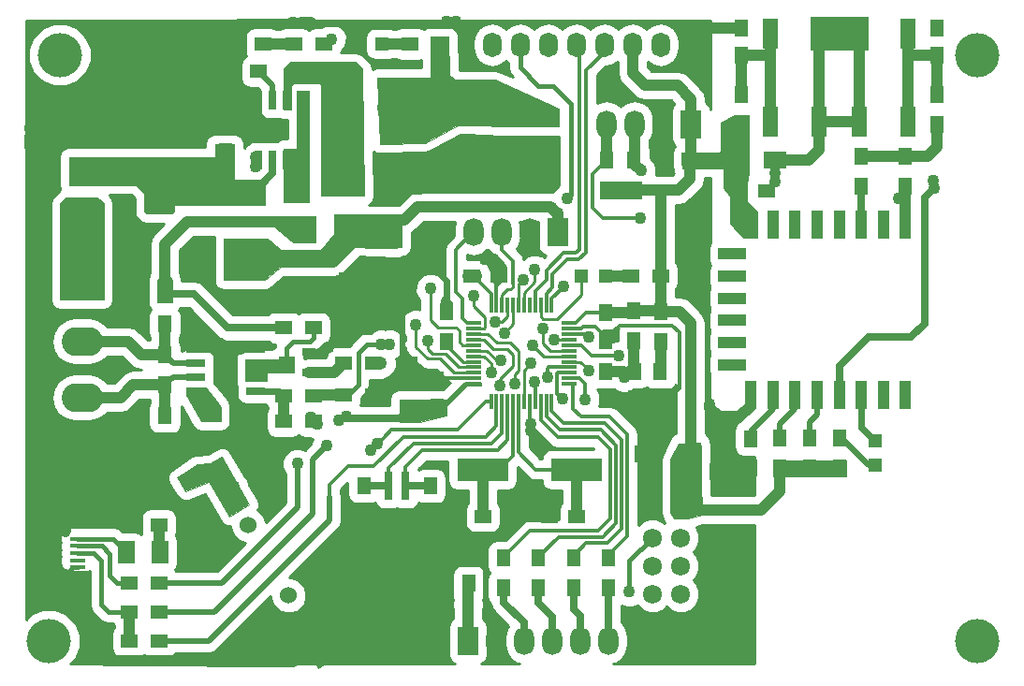
<source format=gtl>
G04 #@! TF.FileFunction,Copper,L1,Top,Signal*
%FSLAX46Y46*%
G04 Gerber Fmt 4.6, Leading zero omitted, Abs format (unit mm)*
G04 Created by KiCad (PCBNEW 4.0.6) date 01/12/18 15:18:15*
%MOMM*%
%LPD*%
G01*
G04 APERTURE LIST*
%ADD10C,0.100000*%
%ADD11C,4.000000*%
%ADD12C,1.524000*%
%ADD13R,1.250000X1.500000*%
%ADD14R,2.500000X4.500000*%
%ADD15R,1.500000X1.250000*%
%ADD16R,2.500000X2.550000*%
%ADD17R,2.500000X4.000000*%
%ADD18R,2.000000X1.600000*%
%ADD19R,1.600000X2.000000*%
%ADD20R,1.800000X2.500000*%
%ADD21R,1.200000X1.200000*%
%ADD22R,3.500000X2.300000*%
%ADD23R,1.500000X2.000000*%
%ADD24O,3.724000X2.624000*%
%ADD25R,3.724000X2.624000*%
%ADD26R,1.824000X2.524000*%
%ADD27O,1.824000X2.524000*%
%ADD28R,1.350000X0.400000*%
%ADD29O,0.950000X1.250000*%
%ADD30R,1.000000X3.000000*%
%ADD31R,1.724000X2.224000*%
%ADD32O,1.724000X2.224000*%
%ADD33R,2.624000X6.000000*%
%ADD34R,1.300000X1.500000*%
%ADD35R,1.724000X1.724000*%
%ADD36C,1.724000*%
%ADD37R,1.254000X0.800100*%
%ADD38R,2.000000X1.700000*%
%ADD39R,1.500000X1.300000*%
%ADD40R,1.324000X2.724000*%
%ADD41R,2.000000X3.800000*%
%ADD42R,2.000000X1.500000*%
%ADD43R,0.700000X1.700000*%
%ADD44R,1.700000X0.700000*%
%ADD45R,0.300000X1.450000*%
%ADD46R,1.450000X0.300000*%
%ADD47R,1.100000X2.500000*%
%ADD48R,2.500000X1.100000*%
%ADD49R,4.624000X2.000000*%
%ADD50R,0.750000X2.500000*%
%ADD51R,3.000000X2.000000*%
%ADD52C,1.100000*%
%ADD53C,0.300000*%
%ADD54C,0.600000*%
%ADD55C,1.000000*%
%ADD56C,0.254000*%
%ADD57C,0.500000*%
%ADD58C,0.700000*%
%ADD59C,0.400000*%
%ADD60C,2.000000*%
%ADD61C,1.500000*%
%ADD62C,0.350000*%
G04 APERTURE END LIST*
D10*
D11*
X93000000Y-127000000D03*
X177000000Y-127000000D03*
X94000000Y-74000000D03*
D10*
G36*
X106883975Y-111370834D02*
X108616025Y-110370834D01*
X111116025Y-114700962D01*
X109383975Y-115700962D01*
X106883975Y-111370834D01*
X106883975Y-111370834D01*
G37*
G36*
X114883975Y-125227240D02*
X116616025Y-124227240D01*
X119116025Y-128557368D01*
X117383975Y-129557368D01*
X114883975Y-125227240D01*
X114883975Y-125227240D01*
G37*
D12*
X111000000Y-116500000D03*
X114700000Y-122908588D03*
D13*
X109000000Y-82750000D03*
X109000000Y-80250000D03*
D14*
X103000000Y-86000000D03*
X103000000Y-79000000D03*
D15*
X150130000Y-112590000D03*
X147630000Y-112590000D03*
D13*
X124000000Y-90750000D03*
X124000000Y-93250000D03*
D16*
X120500000Y-89875000D03*
X120500000Y-94925000D03*
D13*
X138500000Y-79750000D03*
X138500000Y-82250000D03*
D17*
X132070000Y-78310000D03*
X132070000Y-84410000D03*
D15*
X112000000Y-75500000D03*
X109500000Y-75500000D03*
D18*
X151040000Y-110060000D03*
X147040000Y-110060000D03*
D13*
X145970000Y-105135477D03*
X145970000Y-102635477D03*
X143370000Y-105170000D03*
X143370000Y-102670000D03*
X148320000Y-102670000D03*
X148320000Y-105170000D03*
D10*
G36*
X105919551Y-111458734D02*
X106544551Y-112541266D01*
X105245513Y-113291266D01*
X104620513Y-112208734D01*
X105919551Y-111458734D01*
X105919551Y-111458734D01*
G37*
G36*
X103754487Y-112708734D02*
X104379487Y-113791266D01*
X103080449Y-114541266D01*
X102455449Y-113458734D01*
X103754487Y-112708734D01*
X103754487Y-112708734D01*
G37*
D15*
X107750000Y-106500000D03*
X110250000Y-106500000D03*
X102965477Y-116500000D03*
X100465477Y-116500000D03*
X131230000Y-94000000D03*
X133730000Y-94000000D03*
X132270000Y-115740000D03*
X134770000Y-115740000D03*
X140770000Y-115740000D03*
X138270000Y-115740000D03*
X151010000Y-83440000D03*
X148510000Y-83440000D03*
D13*
X131000000Y-121750000D03*
X131000000Y-119250000D03*
X143390000Y-97310000D03*
X143390000Y-99810000D03*
X128160000Y-105890000D03*
X128160000Y-103390000D03*
D19*
X125560000Y-106260000D03*
X125560000Y-102260000D03*
D18*
X154730000Y-83530000D03*
X158730000Y-83530000D03*
D15*
X155430000Y-86270000D03*
X157930000Y-86270000D03*
D13*
X121500000Y-115500000D03*
X121500000Y-113000000D03*
X127500000Y-115500000D03*
X127500000Y-113000000D03*
X173300000Y-74040000D03*
X173300000Y-71540000D03*
D20*
X96000000Y-84500000D03*
X96000000Y-88500000D03*
D21*
X123100000Y-73000000D03*
X120900000Y-73000000D03*
D22*
X119700000Y-85500000D03*
X125100000Y-85500000D03*
D23*
X103050000Y-118968751D03*
X100050000Y-118968751D03*
D21*
X167720000Y-111120000D03*
X167720000Y-108920000D03*
X143345782Y-93971704D03*
X141145782Y-93971704D03*
D24*
X96000000Y-110080000D03*
X96000000Y-105000000D03*
X96000000Y-99920000D03*
D25*
X96000000Y-94840000D03*
D26*
X130920000Y-127000000D03*
D27*
X133460000Y-127000000D03*
X136000000Y-127000000D03*
X138540000Y-127000000D03*
X141080000Y-127000000D03*
X143620000Y-127000000D03*
D28*
X95579940Y-117766660D03*
X95579940Y-118416660D03*
X95579940Y-119066660D03*
X95579940Y-119716660D03*
X95579940Y-120366660D03*
D29*
X94500000Y-117000000D03*
X94500000Y-121100000D03*
D30*
X92400000Y-115780800D03*
X92400000Y-122300000D03*
D26*
X139030000Y-90030000D03*
D27*
X136490000Y-90030000D03*
X133950000Y-90030000D03*
X131410000Y-90030000D03*
D31*
X150880000Y-73080000D03*
D32*
X148340000Y-73080000D03*
X145800000Y-73080000D03*
X143260000Y-73080000D03*
X140720000Y-73080000D03*
X138180000Y-73080000D03*
X135640000Y-73080000D03*
X133100000Y-73080000D03*
D26*
X151090000Y-80270000D03*
D27*
X148550000Y-80270000D03*
X146010000Y-80270000D03*
X143470000Y-80270000D03*
D33*
X124200000Y-79000000D03*
X119800000Y-79000000D03*
D34*
X145950000Y-97170000D03*
X145950000Y-99870000D03*
D35*
X147620000Y-115140000D03*
D36*
X150160000Y-115140000D03*
X147620000Y-117680000D03*
X150160000Y-117680000D03*
X147620000Y-120220000D03*
X150160000Y-120220000D03*
X147620000Y-122760000D03*
X150160000Y-122760000D03*
D37*
X116500760Y-102750000D03*
X116500760Y-100850000D03*
X114500000Y-101800000D03*
D38*
X111500000Y-86500000D03*
X115500000Y-86500000D03*
D39*
X125650000Y-73000000D03*
X128350000Y-73000000D03*
X115150000Y-73000000D03*
X117850000Y-73000000D03*
X109650000Y-73000000D03*
X112350000Y-73000000D03*
D34*
X148370000Y-97200000D03*
X148370000Y-99900000D03*
X129000000Y-99950000D03*
X129000000Y-97250000D03*
X103500000Y-95650000D03*
X103500000Y-98350000D03*
D39*
X116950000Y-107100000D03*
X114250000Y-107100000D03*
X114250000Y-98700000D03*
X116950000Y-98700000D03*
X103000000Y-127000000D03*
X100300000Y-127000000D03*
X116950000Y-104800000D03*
X114250000Y-104800000D03*
D34*
X103500000Y-101150000D03*
X103500000Y-103850000D03*
D39*
X119650000Y-104750000D03*
X122350000Y-104750000D03*
X103000000Y-124381250D03*
X100300000Y-124381250D03*
X122350000Y-101900000D03*
X119650000Y-101900000D03*
D34*
X103500000Y-106650000D03*
X103500000Y-109350000D03*
D39*
X103000000Y-121762500D03*
X100300000Y-121762500D03*
D34*
X164499998Y-108650000D03*
X164499998Y-111350000D03*
X143440000Y-83510000D03*
X143440000Y-86210000D03*
X145950000Y-83510000D03*
X145950000Y-86210000D03*
X170500000Y-85850000D03*
X170500000Y-83150000D03*
X166500000Y-85850000D03*
X166500000Y-83150000D03*
X161793332Y-111350000D03*
X161793332Y-108650000D03*
X159136666Y-111350000D03*
X159136666Y-108650000D03*
X156480000Y-111400000D03*
X156480000Y-108700000D03*
X134168750Y-119490000D03*
X134168750Y-122190000D03*
X137312500Y-119490000D03*
X137312500Y-122190000D03*
X140456250Y-119490000D03*
X140456250Y-122190000D03*
X143600000Y-119490000D03*
X143600000Y-122190000D03*
D39*
X145635782Y-93971704D03*
X148335782Y-93971704D03*
D34*
X173300000Y-77550000D03*
X173300000Y-80250000D03*
D40*
X166280000Y-72050000D03*
X166280000Y-80050000D03*
X170680000Y-80050000D03*
X170680000Y-72050000D03*
D41*
X109850000Y-92500000D03*
D42*
X116150000Y-92500000D03*
X116150000Y-90200000D03*
X116150000Y-94800000D03*
D43*
X115810000Y-78100000D03*
X114540000Y-78100000D03*
X113270000Y-78100000D03*
X112000000Y-78100000D03*
X112000000Y-83500000D03*
X113270000Y-83500000D03*
X114540000Y-83500000D03*
X115810000Y-83500000D03*
D44*
X111700000Y-104405000D03*
X111700000Y-103135000D03*
X111700000Y-101865000D03*
X111700000Y-100595000D03*
X106300000Y-100595000D03*
X106300000Y-101865000D03*
X106300000Y-103135000D03*
X106300000Y-104405000D03*
D45*
X133000000Y-105350000D03*
X133500000Y-105350000D03*
X134000000Y-105350000D03*
X134500000Y-105350000D03*
X135000000Y-105350000D03*
X135500000Y-105350000D03*
X136000000Y-105350000D03*
X136500000Y-105350000D03*
X137000000Y-105350000D03*
X137500000Y-105350000D03*
X138000000Y-105350000D03*
X138500000Y-105350000D03*
D46*
X140100000Y-103750000D03*
X140100000Y-103250000D03*
X140100000Y-102750000D03*
X140100000Y-102250000D03*
X140100000Y-101750000D03*
X140100000Y-101250000D03*
X140100000Y-100750000D03*
X140100000Y-100250000D03*
X140100000Y-99750000D03*
X140100000Y-99250000D03*
X140100000Y-98750000D03*
X140100000Y-98250000D03*
D45*
X138500000Y-96650000D03*
X138000000Y-96650000D03*
X137500000Y-96650000D03*
X137000000Y-96650000D03*
X136500000Y-96650000D03*
X136000000Y-96650000D03*
X135500000Y-96650000D03*
X135000000Y-96650000D03*
X134500000Y-96650000D03*
X134000000Y-96650000D03*
X133500000Y-96650000D03*
X133000000Y-96650000D03*
D46*
X131400000Y-98250000D03*
X131400000Y-98750000D03*
X131400000Y-99250000D03*
X131400000Y-99750000D03*
X131400000Y-100250000D03*
X131400000Y-100750000D03*
X131400000Y-101250000D03*
X131400000Y-101750000D03*
X131400000Y-102250000D03*
X131400000Y-102750000D03*
X131400000Y-103250000D03*
X131400000Y-103750000D03*
D47*
X170500000Y-89315000D03*
X168500000Y-89315000D03*
X166500000Y-89315000D03*
X164500000Y-89315000D03*
X162500000Y-89315000D03*
X160500000Y-89315000D03*
X158500000Y-89315000D03*
X156500000Y-89315000D03*
X156500000Y-104715000D03*
X158500000Y-104715000D03*
X160500000Y-104715000D03*
X162500000Y-104715000D03*
X164500000Y-104715000D03*
X166500000Y-104715000D03*
X168500000Y-104715000D03*
X170500000Y-104715000D03*
D48*
X154800000Y-92005000D03*
X154800000Y-94005000D03*
X154800000Y-96005000D03*
X154800000Y-98005000D03*
X154800000Y-100005000D03*
X154800000Y-102005000D03*
D49*
X132250000Y-111500000D03*
X140750000Y-111500000D03*
D50*
X125250000Y-113000000D03*
X123750000Y-113000000D03*
D51*
X124500000Y-122200000D03*
D13*
X155660000Y-74040000D03*
X155660000Y-71540000D03*
D34*
X155660000Y-77550000D03*
X155660000Y-80250000D03*
D40*
X162710000Y-80050000D03*
X162710000Y-72050000D03*
X158310000Y-72050000D03*
X158310000Y-80050000D03*
D11*
X177000000Y-74000000D03*
D52*
X122719353Y-109180944D03*
X122132229Y-109734699D03*
X109743850Y-113086715D03*
X109000000Y-113035898D03*
X152790703Y-105583908D03*
X153150896Y-106326285D03*
X153663134Y-106792991D03*
X155700000Y-112100000D03*
X156216517Y-111457250D03*
X155400000Y-111400000D03*
X121700000Y-120100000D03*
X121700000Y-118300000D03*
X121700000Y-119200000D03*
X128000000Y-120000000D03*
X128100000Y-118300000D03*
X128033721Y-119156135D03*
X123534361Y-122178093D03*
X125392306Y-122200478D03*
X147040000Y-110060000D03*
X147630000Y-112590000D03*
X151600000Y-126920000D03*
X152200000Y-126320000D03*
X152720000Y-125800000D03*
X153200000Y-125320000D03*
X151000000Y-89800000D03*
X151000000Y-93200000D03*
X151000000Y-92300000D03*
X151000000Y-91500000D03*
X151000000Y-90700000D03*
X132445539Y-92450432D03*
X113900000Y-95700000D03*
X113300000Y-96200000D03*
X112500000Y-96400000D03*
X123800000Y-98000000D03*
X123000000Y-97900000D03*
X113200000Y-109400000D03*
X112300000Y-109400000D03*
X111500000Y-109400000D03*
X129800000Y-71000000D03*
X129000000Y-71000000D03*
X150880000Y-75200000D03*
X151400000Y-75600000D03*
X115100000Y-71100000D03*
X116674819Y-71105916D03*
X115900000Y-71100000D03*
X103700000Y-74400000D03*
X103600000Y-73700000D03*
X103600000Y-72800000D03*
X103500000Y-72000000D03*
X102900000Y-71500000D03*
X102900000Y-72400000D03*
X102900000Y-73200000D03*
X102900000Y-74000000D03*
X102900000Y-74800000D03*
X105600000Y-98800000D03*
X105900000Y-98100000D03*
X106300000Y-98900000D03*
X91861968Y-84200000D03*
X91861968Y-83115356D03*
X91861968Y-82337539D03*
X91810531Y-80667536D03*
X91796034Y-81460710D03*
X94200000Y-113100000D03*
X93300000Y-113100000D03*
X92400000Y-113100000D03*
X96493328Y-127274498D03*
X96500000Y-126400000D03*
X96500000Y-125500000D03*
X96500000Y-124725000D03*
X100200000Y-111100000D03*
X99700000Y-111700000D03*
X99700000Y-111700000D03*
X99100000Y-112300000D03*
X98500000Y-112900000D03*
X97900000Y-113400000D03*
X109300000Y-128800000D03*
X108400000Y-128800000D03*
X107575345Y-128845554D03*
X106700000Y-128820000D03*
X106000000Y-128820000D03*
X123000000Y-128200000D03*
X123700000Y-128200000D03*
X126900000Y-128200000D03*
X126100000Y-128200000D03*
X125300000Y-128200000D03*
X124500000Y-128200000D03*
X124500000Y-122200000D03*
X136560000Y-115100000D03*
X136570000Y-108000000D03*
X149200000Y-105170000D03*
X165497726Y-71524895D03*
X162523837Y-71453535D03*
X163399460Y-71431531D03*
X166400000Y-71540000D03*
X158730000Y-85470000D03*
X123527121Y-93728651D03*
X123984340Y-86167098D03*
X118300000Y-100400000D03*
X110250000Y-100595000D03*
X148513525Y-83892823D03*
X124000000Y-85380000D03*
X124000000Y-93250000D03*
X133169030Y-92477071D03*
X135505000Y-84490000D03*
X134520000Y-84490000D03*
X136490000Y-84490000D03*
X158716110Y-84702835D03*
X155660000Y-71540000D03*
X173300000Y-71540000D03*
X136560000Y-115740000D03*
X136570000Y-107370000D03*
X148320000Y-105170000D03*
X117850000Y-100850000D03*
X109500000Y-100595000D03*
X168100000Y-83150000D03*
X167300000Y-83150000D03*
X155660000Y-82600000D03*
X155660000Y-81200000D03*
X144200000Y-86210000D03*
X139030000Y-88365392D03*
X138464608Y-87800000D03*
X131722986Y-93995847D03*
X130920852Y-94005512D03*
X119982727Y-89258114D03*
X120799902Y-89188438D03*
X119958811Y-106712392D03*
X126540000Y-105923935D03*
X127320000Y-105923935D03*
X130920000Y-123710000D03*
X130920000Y-122860000D03*
X130920000Y-121900000D03*
X120500000Y-89875000D03*
X119230000Y-107030000D03*
X143440000Y-86210000D03*
X128204677Y-105923935D03*
X166500000Y-83150000D03*
X155660000Y-81900000D03*
X118558414Y-72554191D03*
X124701621Y-78695613D03*
X123744043Y-78785663D03*
X123321937Y-79342843D03*
X125111667Y-79309074D03*
X124233686Y-79309074D03*
X116700395Y-106809561D03*
X117250394Y-107359560D03*
X107000000Y-106400000D03*
X103504834Y-94782696D03*
X102958563Y-117396353D03*
X116150000Y-89360000D03*
X117850000Y-73000000D03*
X116150000Y-90200000D03*
X107750000Y-106500000D03*
X103500000Y-95650000D03*
X102965477Y-116500000D03*
X136894795Y-103611004D03*
X145048978Y-103172846D03*
X136599493Y-101892318D03*
X148320000Y-102670000D03*
X127261319Y-99840864D03*
X127541150Y-95137577D03*
X139566039Y-94905200D03*
X139908044Y-86980882D03*
X126213794Y-98382872D03*
X146579561Y-84438225D03*
X133926227Y-101585787D03*
X146520000Y-88750000D03*
X133028007Y-102718471D03*
X145518740Y-122565854D03*
X135140784Y-103697578D03*
X141504193Y-105150248D03*
X139470000Y-105120000D03*
X141826154Y-102574730D03*
X138109000Y-103146528D03*
X133807610Y-103876187D03*
X111739770Y-83290825D03*
X111746340Y-84079221D03*
X113100000Y-73000000D03*
X112350000Y-73000000D03*
X123840000Y-100150000D03*
X123070000Y-100180000D03*
X135893548Y-94304729D03*
X118110000Y-109320000D03*
X133360000Y-98125002D03*
X115510000Y-110970000D03*
X134220000Y-99130000D03*
X169900000Y-87000000D03*
X136742891Y-100233003D03*
X170500000Y-87240000D03*
X166498582Y-89079636D03*
X137732949Y-98765614D03*
X166503529Y-89820784D03*
X161793332Y-108650000D03*
X144583416Y-101241509D03*
X123070000Y-101900000D03*
X136947986Y-93443547D03*
X122350000Y-101900000D03*
X168476991Y-104843621D03*
X138711084Y-99748903D03*
X168500000Y-104015000D03*
X170488260Y-104839143D03*
X141866109Y-99519979D03*
X170500000Y-104015000D03*
X173300000Y-76680000D03*
X173300000Y-77550000D03*
X173030000Y-85380000D03*
X173080000Y-86060000D03*
X131438487Y-95798412D03*
X155660000Y-77550000D03*
D53*
X123985849Y-107914448D02*
X123269352Y-108630945D01*
X129985552Y-107914448D02*
X123985849Y-107914448D01*
X133000000Y-105350000D02*
X132550000Y-105350000D01*
X132550000Y-105350000D02*
X129985552Y-107914448D01*
X123269352Y-108630945D02*
X122719353Y-109180944D01*
D54*
X109193851Y-112536716D02*
X109743850Y-113086715D01*
X109032135Y-112375000D02*
X109193851Y-112536716D01*
X105582532Y-112375000D02*
X109032135Y-112375000D01*
D55*
X156500000Y-104015000D02*
X156500000Y-105733901D01*
X153299721Y-106326285D02*
X153150896Y-106326285D01*
X156500000Y-105733901D02*
X155503357Y-106730544D01*
X155503357Y-106730544D02*
X153703980Y-106730544D01*
X153703980Y-106730544D02*
X153299721Y-106326285D01*
X152790703Y-105920560D02*
X152790703Y-105583908D01*
X153663134Y-106792991D02*
X152790703Y-105920560D01*
X155400000Y-111400000D02*
X154050870Y-110050870D01*
X153150896Y-106860755D02*
X153150896Y-106326285D01*
X154050870Y-110050870D02*
X154050870Y-107760729D01*
X154050870Y-107760729D02*
X153150896Y-106860755D01*
D56*
X155400000Y-111400000D02*
X155400000Y-111800000D01*
X155400000Y-111800000D02*
X155700000Y-112100000D01*
X156216517Y-111438700D02*
X156216517Y-111457250D01*
X156177817Y-111400000D02*
X156216517Y-111438700D01*
X155400000Y-111400000D02*
X156177817Y-111400000D01*
X121700000Y-118300000D02*
X121700000Y-120100000D01*
X124550000Y-119250000D02*
X121750000Y-119250000D01*
X121750000Y-119250000D02*
X121700000Y-119200000D01*
X128033721Y-119156135D02*
X128033721Y-118366279D01*
X128033721Y-118366279D02*
X128100000Y-118300000D01*
X123556746Y-122200478D02*
X123534361Y-122178093D01*
X125392306Y-122200478D02*
X123556746Y-122200478D01*
X151000000Y-92300000D02*
X151000000Y-93200000D01*
X151000000Y-90700000D02*
X151000000Y-91500000D01*
X113300000Y-96200000D02*
X113400000Y-96200000D01*
X113400000Y-96200000D02*
X113900000Y-95700000D01*
X116150000Y-94800000D02*
X114100000Y-94800000D01*
X114100000Y-94800000D02*
X112500000Y-96400000D01*
X125008493Y-98000000D02*
X123800000Y-98000000D01*
X123800000Y-98000000D02*
X123100000Y-98000000D01*
D57*
X125008493Y-98000000D02*
X125008493Y-94463651D01*
X125008493Y-101708493D02*
X125008493Y-98000000D01*
D56*
X123100000Y-98000000D02*
X123000000Y-97900000D01*
X112300000Y-109400000D02*
X113200000Y-109400000D01*
X109292599Y-109350000D02*
X111450000Y-109350000D01*
X111450000Y-109350000D02*
X111500000Y-109400000D01*
X124500000Y-122200000D02*
X124500000Y-123200000D01*
X120305916Y-71105916D02*
X128894084Y-71105916D01*
X128894084Y-71105916D02*
X129000000Y-71000000D01*
X150880000Y-73080000D02*
X150880000Y-75080000D01*
X150880000Y-75080000D02*
X151400000Y-75600000D01*
D55*
X115900000Y-71100000D02*
X116668903Y-71100000D01*
X116668903Y-71100000D02*
X116674819Y-71105916D01*
D58*
X115900000Y-71100000D02*
X115100000Y-71100000D01*
X115100000Y-71100000D02*
X110200000Y-71100000D01*
D56*
X116674819Y-71105916D02*
X115105916Y-71105916D01*
X115105916Y-71105916D02*
X115100000Y-71100000D01*
D58*
X117452636Y-71105916D02*
X116674819Y-71105916D01*
X120305916Y-71105916D02*
X117452636Y-71105916D01*
X120900000Y-73000000D02*
X120900000Y-71700000D01*
X120900000Y-71700000D02*
X120305916Y-71105916D01*
D56*
X103600000Y-73700000D02*
X103600000Y-74300000D01*
X103600000Y-74300000D02*
X103700000Y-74400000D01*
X103500000Y-72000000D02*
X103500000Y-72700000D01*
X103500000Y-72700000D02*
X103600000Y-72800000D01*
X102900000Y-72400000D02*
X102900000Y-71500000D01*
X102900000Y-74000000D02*
X102900000Y-73200000D01*
X103000000Y-79000000D02*
X103000000Y-74900000D01*
X103000000Y-74900000D02*
X102900000Y-74800000D01*
D59*
X106300000Y-98900000D02*
X106300000Y-98500000D01*
X106300000Y-98500000D02*
X105900000Y-98100000D01*
X106300000Y-100595000D02*
X106300000Y-98900000D01*
D60*
X91796034Y-81460710D02*
X91796034Y-82271605D01*
X91861968Y-83115356D02*
X91861968Y-82337539D01*
X95450000Y-110080000D02*
X91861968Y-106491968D01*
X96000000Y-110080000D02*
X95450000Y-110080000D01*
X91861968Y-106491968D02*
X91861968Y-83115356D01*
X91796034Y-82271605D02*
X91861968Y-82337539D01*
D56*
X91796034Y-81460710D02*
X91796034Y-80682033D01*
D60*
X92360530Y-80117537D02*
X91810531Y-80667536D01*
D56*
X91796034Y-80682033D02*
X91810531Y-80667536D01*
D60*
X103000000Y-79000000D02*
X93478067Y-79000000D01*
X93478067Y-79000000D02*
X92360530Y-80117537D01*
D56*
X93300000Y-113100000D02*
X94200000Y-113100000D01*
X92400000Y-115780800D02*
X92400000Y-113100000D01*
D55*
X96500000Y-124725000D02*
X96500000Y-127267826D01*
X96500000Y-127267826D02*
X96493328Y-127274498D01*
X97043327Y-127824497D02*
X96493328Y-127274498D01*
X98038830Y-128820000D02*
X97043327Y-127824497D01*
X106000000Y-128820000D02*
X98038830Y-128820000D01*
D56*
X96500000Y-126400000D02*
X96500000Y-127267826D01*
X96500000Y-125500000D02*
X96500000Y-126400000D01*
X96500000Y-124725000D02*
X96500000Y-125500000D01*
X99700000Y-111700000D02*
X99700000Y-111600000D01*
X99700000Y-111600000D02*
X100200000Y-111100000D01*
X98500000Y-112900000D02*
X99100000Y-112300000D01*
X96000000Y-110080000D02*
X96000000Y-111646000D01*
X96000000Y-111646000D02*
X97754000Y-113400000D01*
X97754000Y-113400000D02*
X97900000Y-113400000D01*
D55*
X115684345Y-128301792D02*
X115067196Y-128918941D01*
X115067196Y-128918941D02*
X107648732Y-128918941D01*
X107648732Y-128918941D02*
X107575345Y-128845554D01*
X117000000Y-126892304D02*
X117000000Y-126997818D01*
X117000000Y-126997818D02*
X115597818Y-128400000D01*
X106000000Y-128820000D02*
X109896873Y-128820000D01*
D57*
X107575345Y-128845554D02*
X108354446Y-128845554D01*
X108354446Y-128845554D02*
X108400000Y-128800000D01*
X107549791Y-128820000D02*
X107575345Y-128845554D01*
X106700000Y-128820000D02*
X107549791Y-128820000D01*
X106000000Y-128820000D02*
X106700000Y-128820000D01*
X123700000Y-128200000D02*
X123000000Y-128200000D01*
X126100000Y-128200000D02*
X126900000Y-128200000D01*
X124500000Y-128200000D02*
X125300000Y-128200000D01*
X124500000Y-125000000D02*
X124500000Y-128200000D01*
D56*
X148320000Y-105170000D02*
X149200000Y-105170000D01*
D55*
X166280000Y-80050000D02*
X166280000Y-71495364D01*
X166280000Y-71495364D02*
X166305999Y-71469365D01*
X166305999Y-71469365D02*
X165553256Y-71469365D01*
X165553256Y-71469365D02*
X165497726Y-71524895D01*
X165404362Y-71431531D02*
X165497726Y-71524895D01*
X163399460Y-71431531D02*
X165404362Y-71431531D01*
X162849461Y-71981530D02*
X163399460Y-71431531D01*
X162710000Y-72120991D02*
X162849461Y-71981530D01*
X162710000Y-80050000D02*
X162710000Y-72120991D01*
D53*
X140100000Y-98750000D02*
X141168279Y-98750000D01*
X141168279Y-98750000D02*
X141377676Y-98540603D01*
X141377676Y-98540603D02*
X142413782Y-98540603D01*
X142413782Y-98540603D02*
X143390000Y-99516821D01*
X143390000Y-99516821D02*
X143390000Y-99685000D01*
D61*
X120500000Y-94925000D02*
X122366034Y-94925000D01*
X122366034Y-94925000D02*
X123527121Y-93763913D01*
X123527121Y-93763913D02*
X123527121Y-93728651D01*
X124000000Y-93255772D02*
X123527121Y-93728651D01*
X124000000Y-93250000D02*
X124000000Y-93255772D01*
D56*
X123990719Y-86167098D02*
X123984340Y-86167098D01*
X124000000Y-86157817D02*
X123990719Y-86167098D01*
X124000000Y-85380000D02*
X124000000Y-86157817D01*
D60*
X124809655Y-85500000D02*
X124647452Y-85662203D01*
X128930000Y-85500000D02*
X124809655Y-85500000D01*
D54*
X118300000Y-100400000D02*
X120500000Y-98200000D01*
D56*
X117850000Y-100850000D02*
X118300000Y-100400000D01*
D58*
X110250000Y-106500000D02*
X110250000Y-105747375D01*
X110250000Y-105747375D02*
X109500000Y-104997375D01*
X109500000Y-104997375D02*
X109500000Y-100595000D01*
D54*
X103500000Y-109350000D02*
X109292599Y-109350000D01*
X109292599Y-109350000D02*
X110232918Y-108409681D01*
X110232918Y-108409681D02*
X110232918Y-106517082D01*
X110232918Y-106517082D02*
X110250000Y-106500000D01*
D55*
X96500000Y-124725000D02*
X94500000Y-122725000D01*
X94500000Y-122725000D02*
X94500000Y-121100000D01*
X94500000Y-121100000D02*
X93600000Y-121100000D01*
X93600000Y-121100000D02*
X92400000Y-122300000D01*
X92400000Y-115780800D02*
X92400000Y-122300000D01*
D59*
X94500000Y-117000000D02*
X93619200Y-117000000D01*
X93619200Y-117000000D02*
X92400000Y-115780800D01*
X95250000Y-116500000D02*
X95000000Y-116500000D01*
X95000000Y-116500000D02*
X94500000Y-117000000D01*
X95579940Y-120366660D02*
X95233340Y-120366660D01*
X95233340Y-120366660D02*
X94500000Y-121100000D01*
D55*
X148550000Y-83856348D02*
X148513525Y-83892823D01*
D59*
X148513525Y-83443525D02*
X148513525Y-83892823D01*
X148510000Y-83440000D02*
X148513525Y-83443525D01*
D55*
X148550000Y-80270000D02*
X148550000Y-83856348D01*
D53*
X133500000Y-92808041D02*
X133169030Y-92477071D01*
X133500000Y-96650000D02*
X133500000Y-92808041D01*
D55*
X133719029Y-93027070D02*
X133169030Y-92477071D01*
X133990000Y-93298041D02*
X133719029Y-93027070D01*
X133990000Y-94060000D02*
X133990000Y-93298041D01*
D61*
X135420000Y-84550000D02*
X132000000Y-84550000D01*
X136530000Y-84550000D02*
X135420000Y-84550000D01*
D54*
X129000000Y-94460000D02*
X127790000Y-93250000D01*
X127790000Y-93250000D02*
X124000000Y-93250000D01*
X129000000Y-97250000D02*
X129000000Y-94460000D01*
D53*
X131400000Y-103250000D02*
X128300000Y-103250000D01*
X128300000Y-103250000D02*
X128160000Y-103390000D01*
D57*
X125560000Y-102260000D02*
X125008493Y-101708493D01*
X125008493Y-94463651D02*
X124000000Y-93455158D01*
X124000000Y-93455158D02*
X124000000Y-93250000D01*
X125560000Y-102260000D02*
X125560000Y-102274399D01*
X125560000Y-102274399D02*
X123084399Y-104750000D01*
X123084399Y-104750000D02*
X122350000Y-104750000D01*
D55*
X128160000Y-103390000D02*
X126690000Y-103390000D01*
X126690000Y-103390000D02*
X125560000Y-102260000D01*
D60*
X128930000Y-85500000D02*
X131050000Y-85500000D01*
D57*
X129000000Y-85570000D02*
X128930000Y-85500000D01*
D61*
X138500000Y-84550000D02*
X136530000Y-84550000D01*
D55*
X136490000Y-84590000D02*
X136530000Y-84550000D01*
X155660000Y-71540000D02*
X152420000Y-71540000D01*
X152420000Y-71540000D02*
X150880000Y-73080000D01*
X161760000Y-83530000D02*
X162710000Y-82580000D01*
X162710000Y-82580000D02*
X162710000Y-80050000D01*
X158730000Y-83530000D02*
X161760000Y-83530000D01*
X162710000Y-80050000D02*
X166280000Y-80050000D01*
D54*
X158730000Y-83530000D02*
X158730000Y-85470000D01*
X158730000Y-85470000D02*
X157930000Y-86270000D01*
D55*
X138270000Y-115740000D02*
X136560000Y-115740000D01*
X136560000Y-115740000D02*
X134770000Y-115740000D01*
D53*
X136500000Y-105350000D02*
X136500000Y-107300000D01*
X136500000Y-107300000D02*
X136570000Y-107370000D01*
X143390000Y-99685000D02*
X144605000Y-98470000D01*
X144605000Y-98470000D02*
X149410000Y-98470000D01*
X149410000Y-98470000D02*
X150040000Y-99100000D01*
X150040000Y-99100000D02*
X150040000Y-104177721D01*
X150040000Y-104177721D02*
X149047721Y-105170000D01*
X149047721Y-105170000D02*
X148320000Y-105170000D01*
X143390000Y-99685000D02*
X143390000Y-99810000D01*
D55*
X145970000Y-105135477D02*
X147400000Y-105135477D01*
X147400000Y-105135477D02*
X148285477Y-105135477D01*
X147040000Y-110060000D02*
X147040000Y-105495477D01*
X147040000Y-105495477D02*
X147400000Y-105135477D01*
X147630000Y-112590000D02*
X147630000Y-110650000D01*
X147630000Y-110650000D02*
X147040000Y-110060000D01*
X147620000Y-115140000D02*
X147620000Y-112600000D01*
X147620000Y-112600000D02*
X147630000Y-112590000D01*
X148285477Y-105135477D02*
X148320000Y-105170000D01*
X143370000Y-105170000D02*
X145935477Y-105170000D01*
X145935477Y-105170000D02*
X145970000Y-105135477D01*
D57*
X134750000Y-116000000D02*
X134750000Y-117125000D01*
X134750000Y-117125000D02*
X134375000Y-117500000D01*
X134375000Y-117500000D02*
X131500000Y-117500000D01*
X131500000Y-117500000D02*
X131000000Y-118000000D01*
X131000000Y-118000000D02*
X131000000Y-119250000D01*
D58*
X110200000Y-71100000D02*
X109650000Y-71650000D01*
X109650000Y-71650000D02*
X109650000Y-73000000D01*
D61*
X138500000Y-82250000D02*
X138500000Y-84550000D01*
D60*
X131050000Y-85500000D02*
X132000000Y-84550000D01*
D55*
X109650000Y-73000000D02*
X109650000Y-75350000D01*
X109650000Y-75350000D02*
X109500000Y-75500000D01*
D54*
X112000000Y-78100000D02*
X112000000Y-79479020D01*
X112000000Y-79479020D02*
X111229020Y-80250000D01*
X111229020Y-80250000D02*
X109000000Y-80250000D01*
D55*
X109500000Y-75500000D02*
X109500000Y-79000000D01*
X109500000Y-79000000D02*
X109500000Y-79750000D01*
X103000000Y-79000000D02*
X109500000Y-79000000D01*
X109500000Y-79750000D02*
X109000000Y-80250000D01*
D58*
X106300000Y-100595000D02*
X109500000Y-100595000D01*
X109500000Y-100595000D02*
X111700000Y-100595000D01*
D55*
X116150000Y-94800000D02*
X120375000Y-94800000D01*
X120375000Y-94800000D02*
X120500000Y-94925000D01*
D54*
X120500000Y-98200000D02*
X120500000Y-94925000D01*
X116500760Y-100850000D02*
X117850000Y-100850000D01*
D57*
X131000000Y-119250000D02*
X131966200Y-119250000D01*
X131966200Y-119250000D02*
X132500000Y-119783800D01*
X132500000Y-119783800D02*
X132500000Y-123900000D01*
X132500000Y-123900000D02*
X133460000Y-124860000D01*
X133460000Y-124860000D02*
X133460000Y-127000000D01*
D58*
X124500000Y-122200000D02*
X124500000Y-119300000D01*
X124500000Y-119300000D02*
X124500000Y-115500000D01*
D57*
X131000000Y-119250000D02*
X124550000Y-119250000D01*
X124550000Y-119250000D02*
X124500000Y-119300000D01*
D55*
X122607696Y-126892304D02*
X124500000Y-125000000D01*
X124500000Y-124200000D02*
X124500000Y-122200000D01*
X124500000Y-125000000D02*
X124500000Y-124200000D01*
X117000000Y-126892304D02*
X122607696Y-126892304D01*
D58*
X121500000Y-115500000D02*
X124500000Y-115500000D01*
X124500000Y-115500000D02*
X127500000Y-115500000D01*
X103417468Y-113625000D02*
X103417468Y-109432532D01*
X103417468Y-109432532D02*
X103500000Y-109350000D01*
D57*
X100465477Y-116500000D02*
X100465477Y-114262257D01*
X100465477Y-114262257D02*
X101102734Y-113625000D01*
X101102734Y-113625000D02*
X103417468Y-113625000D01*
X95250000Y-116500000D02*
X100465477Y-116500000D01*
X92320060Y-122233340D02*
X92320060Y-123433340D01*
D55*
X103500000Y-109350000D02*
X96730000Y-109350000D01*
X96730000Y-109350000D02*
X96000000Y-110080000D01*
D58*
X113270000Y-83500000D02*
X113270000Y-84730000D01*
X113270000Y-84730000D02*
X111500000Y-86500000D01*
D60*
X111500000Y-86500000D02*
X108900000Y-86500000D01*
X108900000Y-86500000D02*
X103500000Y-86500000D01*
D55*
X109000000Y-82750000D02*
X109000000Y-86400000D01*
X109000000Y-86400000D02*
X108900000Y-86500000D01*
D60*
X103500000Y-86500000D02*
X103000000Y-86000000D01*
X96000000Y-84500000D02*
X101500000Y-84500000D01*
X101500000Y-84500000D02*
X103000000Y-86000000D01*
D55*
X139030000Y-90030000D02*
X139030000Y-88417613D01*
X139030000Y-88417613D02*
X138332387Y-87720000D01*
X138332387Y-87720000D02*
X126371278Y-87720000D01*
X126371278Y-87720000D02*
X125180144Y-88911134D01*
X125180144Y-88911134D02*
X121077206Y-88911134D01*
X121077206Y-88911134D02*
X120799902Y-89188438D01*
X144200000Y-86210000D02*
X145950000Y-86210000D01*
D61*
X120799902Y-89674902D02*
X120799902Y-89188438D01*
X121875000Y-90750000D02*
X120799902Y-89674902D01*
X124000000Y-90750000D02*
X121875000Y-90750000D01*
X116150000Y-92500000D02*
X118650000Y-92500000D01*
X118650000Y-92500000D02*
X120799902Y-90350098D01*
X120799902Y-89966255D02*
X120799902Y-89188438D01*
X120799902Y-90350098D02*
X120799902Y-89966255D01*
D58*
X125560000Y-106260000D02*
X125413366Y-106260000D01*
X125413366Y-106260000D02*
X124776018Y-106897348D01*
X124776018Y-106897348D02*
X119362652Y-106897348D01*
X119362652Y-106897348D02*
X119230000Y-107030000D01*
D55*
X128204677Y-105923935D02*
X127320000Y-105923935D01*
X127320000Y-105923935D02*
X125896065Y-105923935D01*
X125896065Y-105923935D02*
X125560000Y-106260000D01*
D53*
X131400000Y-103750000D02*
X130775791Y-103750000D01*
X130775791Y-103750000D02*
X128601856Y-105923935D01*
X128601856Y-105923935D02*
X128204677Y-105923935D01*
D55*
X155660000Y-81900000D02*
X155660000Y-82600000D01*
X155660000Y-80250000D02*
X155660000Y-81900000D01*
X145950000Y-86210000D02*
X148370000Y-86210000D01*
X148370000Y-86210000D02*
X149970000Y-86210000D01*
X148335782Y-93971704D02*
X148335782Y-86244218D01*
X148335782Y-86244218D02*
X148370000Y-86210000D01*
X145800000Y-73080000D02*
X145800000Y-75620000D01*
X145800000Y-75620000D02*
X146952066Y-76772066D01*
X151090000Y-78008000D02*
X151090000Y-80270000D01*
X146952066Y-76772066D02*
X149854066Y-76772066D01*
X149854066Y-76772066D02*
X151090000Y-78008000D01*
X148370000Y-97200000D02*
X148370000Y-94005922D01*
X148370000Y-94005922D02*
X148335782Y-93971704D01*
X149970000Y-86210000D02*
X151010000Y-85170000D01*
X151010000Y-85170000D02*
X151010000Y-83440000D01*
X151090000Y-80270000D02*
X151090000Y-83360000D01*
X151090000Y-83360000D02*
X151010000Y-83440000D01*
X151010000Y-83440000D02*
X154640000Y-83440000D01*
X154640000Y-83440000D02*
X154730000Y-83530000D01*
X155660000Y-82600000D02*
X154730000Y-83530000D01*
X170500000Y-83150000D02*
X166500000Y-83150000D01*
X173300000Y-82350000D02*
X172500000Y-83150000D01*
X172500000Y-83150000D02*
X170500000Y-83150000D01*
X173300000Y-80250000D02*
X173300000Y-82350000D01*
D54*
X156500000Y-88840000D02*
X155430000Y-87770000D01*
X155430000Y-87770000D02*
X155430000Y-86270000D01*
X156500000Y-90015000D02*
X156500000Y-88840000D01*
D55*
X154730000Y-83530000D02*
X154730000Y-85570000D01*
X154730000Y-85570000D02*
X155430000Y-86270000D01*
D53*
X141615000Y-97310000D02*
X142465000Y-97310000D01*
X140100000Y-98250000D02*
X140675000Y-98250000D01*
X142465000Y-97310000D02*
X143390000Y-97310000D01*
X140675000Y-98250000D02*
X141615000Y-97310000D01*
D55*
X151040000Y-110060000D02*
X151040000Y-98220000D01*
X151040000Y-98220000D02*
X150020000Y-97200000D01*
X150020000Y-97200000D02*
X148370000Y-97200000D01*
X150130000Y-112590000D02*
X150130000Y-110970000D01*
X150130000Y-110970000D02*
X151040000Y-110060000D01*
X150160000Y-115140000D02*
X150160000Y-112620000D01*
X150160000Y-112620000D02*
X150130000Y-112590000D01*
X157440000Y-115140000D02*
X159136666Y-113443334D01*
X159136666Y-113443334D02*
X159136666Y-111350000D01*
X150160000Y-115140000D02*
X157440000Y-115140000D01*
X161793332Y-111350000D02*
X164499998Y-111350000D01*
X159136666Y-111350000D02*
X161793332Y-111350000D01*
X145950000Y-97170000D02*
X148340000Y-97170000D01*
X148340000Y-97170000D02*
X148370000Y-97200000D01*
X143390000Y-97310000D02*
X145810000Y-97310000D01*
X145810000Y-97310000D02*
X145950000Y-97170000D01*
D53*
X133000000Y-96650000D02*
X133000000Y-95610648D01*
X133000000Y-95610648D02*
X131490000Y-94100648D01*
X131490000Y-94100648D02*
X131490000Y-94060000D01*
D61*
X109850000Y-92500000D02*
X116150000Y-92500000D01*
D55*
X130920000Y-127000000D02*
X130920000Y-121830000D01*
X130920000Y-121830000D02*
X131000000Y-121750000D01*
D60*
X124521860Y-78785663D02*
X123744043Y-78785663D01*
X128485663Y-78785663D02*
X124521860Y-78785663D01*
X128700000Y-79000000D02*
X128485663Y-78785663D01*
D56*
X107750000Y-106500000D02*
X107100000Y-106500000D01*
X107100000Y-106500000D02*
X107000000Y-106400000D01*
D55*
X103500000Y-95650000D02*
X103500000Y-91100000D01*
X103500000Y-91100000D02*
X105536181Y-89063819D01*
X105536181Y-89063819D02*
X116005284Y-89063819D01*
X116005284Y-89063819D02*
X116150000Y-89208535D01*
X116150000Y-89208535D02*
X116150000Y-90200000D01*
D61*
X138500000Y-79750000D02*
X133300000Y-79750000D01*
X133300000Y-79750000D02*
X132000000Y-78450000D01*
D60*
X128700000Y-79000000D02*
X131450000Y-79000000D01*
D55*
X128350000Y-73000000D02*
X128350000Y-78650000D01*
X128350000Y-78650000D02*
X128700000Y-79000000D01*
D60*
X131450000Y-79000000D02*
X132000000Y-78450000D01*
D58*
X109200000Y-98700000D02*
X106150000Y-95650000D01*
X106150000Y-95650000D02*
X103500000Y-95650000D01*
X114250000Y-98700000D02*
X109200000Y-98700000D01*
D57*
X107750000Y-106500000D02*
X107750000Y-105115344D01*
X107750000Y-105115344D02*
X107039656Y-104405000D01*
X107039656Y-104405000D02*
X106300000Y-104405000D01*
D55*
X102965477Y-116500000D02*
X102965477Y-118884228D01*
X102965477Y-118884228D02*
X103050000Y-118968751D01*
D57*
X113270000Y-78100000D02*
X113270000Y-76770000D01*
X113270000Y-76770000D02*
X112000000Y-75500000D01*
D53*
X137000000Y-105350000D02*
X137000000Y-103716209D01*
X137000000Y-103716209D02*
X136894795Y-103611004D01*
D55*
X145048978Y-102723978D02*
X145048978Y-103172846D01*
X144995000Y-102670000D02*
X145048978Y-102723978D01*
X145950000Y-99870000D02*
X145950000Y-102271824D01*
X145950000Y-102271824D02*
X145598977Y-102622847D01*
X143370000Y-102670000D02*
X144995000Y-102670000D01*
X145598977Y-102622847D02*
X145048978Y-103172846D01*
D56*
X136017785Y-102474026D02*
X136049494Y-102442317D01*
X136000000Y-104371000D02*
X136017785Y-104353215D01*
X136000000Y-105350000D02*
X136000000Y-104371000D01*
X136017785Y-104353215D02*
X136017785Y-102474026D01*
X136049494Y-102442317D02*
X136599493Y-101892318D01*
D55*
X148370000Y-99900000D02*
X148370000Y-102620000D01*
X148370000Y-102620000D02*
X148320000Y-102670000D01*
X132250000Y-111500000D02*
X132250000Y-115720000D01*
X132250000Y-115720000D02*
X132270000Y-115740000D01*
D53*
X135000000Y-105350000D02*
X135000000Y-110240331D01*
X135000000Y-110240331D02*
X133740331Y-111500000D01*
X133740331Y-111500000D02*
X132250000Y-111500000D01*
D55*
X140750000Y-111500000D02*
X140750000Y-115720000D01*
X140750000Y-115720000D02*
X140770000Y-115740000D01*
D53*
X135500000Y-105350000D02*
X135500000Y-109953826D01*
X135500000Y-109953826D02*
X137046174Y-111500000D01*
X137046174Y-111500000D02*
X140750000Y-111500000D01*
X123750000Y-113000000D02*
X123750000Y-111380263D01*
X123750000Y-111380263D02*
X125972017Y-109158246D01*
X125972017Y-109158246D02*
X133026666Y-109158246D01*
X133026666Y-109158246D02*
X134000000Y-108184912D01*
X134000000Y-108184912D02*
X134000000Y-106375000D01*
X134000000Y-106375000D02*
X134000000Y-105350000D01*
D58*
X121500000Y-113000000D02*
X123750000Y-113000000D01*
D53*
X134500000Y-105350000D02*
X134500000Y-108855359D01*
X134500000Y-108855359D02*
X133607474Y-109747885D01*
X133607474Y-109747885D02*
X126756921Y-109747885D01*
X126756921Y-109747885D02*
X125250000Y-111254806D01*
X125250000Y-111254806D02*
X125250000Y-113000000D01*
D58*
X125250000Y-113000000D02*
X127500000Y-113000000D01*
D54*
X166500000Y-104015000D02*
X166500000Y-107700000D01*
X166500000Y-107700000D02*
X167720000Y-108920000D01*
D60*
X96000000Y-88500000D02*
X96000000Y-94840000D01*
D55*
X123100000Y-73000000D02*
X125650000Y-73000000D01*
D54*
X114540000Y-78100000D02*
X114540000Y-76160000D01*
X114540000Y-76160000D02*
X115300000Y-75400000D01*
X115300000Y-75400000D02*
X117888000Y-75400000D01*
X119800000Y-77312000D02*
X119800000Y-79000000D01*
X117888000Y-75400000D02*
X119800000Y-77312000D01*
D60*
X119700000Y-85500000D02*
X119700000Y-79100000D01*
X119700000Y-79100000D02*
X119800000Y-79000000D01*
D59*
X95579940Y-117766660D02*
X98830235Y-117766660D01*
X98830235Y-117766660D02*
X100032326Y-118968751D01*
X100032326Y-118968751D02*
X100050000Y-118968751D01*
D62*
X99981249Y-118900000D02*
X100050000Y-118968751D01*
D57*
X164499998Y-108650000D02*
X164714328Y-108650000D01*
X164714328Y-108650000D02*
X167184328Y-111120000D01*
X167184328Y-111120000D02*
X167720000Y-111120000D01*
D55*
X143345782Y-93971704D02*
X145635782Y-93971704D01*
D56*
X138974387Y-97865613D02*
X141145782Y-95694218D01*
X137500000Y-96650000D02*
X137500000Y-97675000D01*
X141145782Y-95694218D02*
X141145782Y-94871704D01*
X141145782Y-94871704D02*
X141145782Y-93971704D01*
X137690613Y-97865613D02*
X138974387Y-97865613D01*
X137500000Y-97675000D02*
X137690613Y-97865613D01*
D55*
X100650000Y-103850000D02*
X103500000Y-103850000D01*
D57*
X106300000Y-103135000D02*
X104215000Y-103135000D01*
X104215000Y-103135000D02*
X103500000Y-103850000D01*
D55*
X103500000Y-106650000D02*
X103500000Y-103850000D01*
X99500000Y-105000000D02*
X100650000Y-103850000D01*
X96000000Y-105000000D02*
X99500000Y-105000000D01*
X103500000Y-101150000D02*
X101400000Y-101150000D01*
X101400000Y-101150000D02*
X100170000Y-99920000D01*
X100170000Y-99920000D02*
X96000000Y-99920000D01*
D57*
X106300000Y-101865000D02*
X104215000Y-101865000D01*
X104215000Y-101865000D02*
X103500000Y-101150000D01*
D55*
X103500000Y-98350000D02*
X103500000Y-101150000D01*
D58*
X134168750Y-123539833D02*
X134168750Y-122190000D01*
X136000000Y-125371083D02*
X136000000Y-127000000D01*
X134168750Y-123539833D02*
X136000000Y-125371083D01*
X137312500Y-123552291D02*
X137312500Y-122190000D01*
X138540000Y-127000000D02*
X138540000Y-124779791D01*
X138540000Y-124779791D02*
X137312500Y-123552291D01*
X140456250Y-124150020D02*
X140456250Y-122190000D01*
X141080000Y-127000000D02*
X141080000Y-124773770D01*
X141080000Y-124773770D02*
X140456250Y-124150020D01*
X143620000Y-127000000D02*
X143620000Y-122210000D01*
X143620000Y-122210000D02*
X143600000Y-122190000D01*
X143620000Y-121870000D02*
X143600000Y-121850000D01*
D59*
X100300000Y-121762500D02*
X99150000Y-121762500D01*
X99150000Y-121762500D02*
X98500000Y-121112500D01*
X98500000Y-121112500D02*
X98500000Y-119115583D01*
X98500000Y-119115583D02*
X97801077Y-118416660D01*
X97801077Y-118416660D02*
X95579940Y-118416660D01*
X95579940Y-119066660D02*
X97051718Y-119066660D01*
X99150000Y-124381250D02*
X100300000Y-124381250D01*
X97051718Y-119066660D02*
X97750000Y-119764942D01*
X97750000Y-119764942D02*
X97750000Y-123750000D01*
X97750000Y-123750000D02*
X98381250Y-124381250D01*
X98381250Y-124381250D02*
X99150000Y-124381250D01*
D55*
X100300000Y-127000000D02*
X100300000Y-124381250D01*
D56*
X134968036Y-95010000D02*
X134968036Y-94666667D01*
X134460000Y-95220000D02*
X134758036Y-95220000D01*
X134758036Y-95220000D02*
X134968036Y-95010000D01*
X134230000Y-95450000D02*
X134460000Y-95220000D01*
X134221000Y-95450000D02*
X134230000Y-95450000D01*
X134968036Y-94666667D02*
X134968036Y-94891964D01*
X134000000Y-96650000D02*
X134000000Y-95671000D01*
X134000000Y-95671000D02*
X134221000Y-95450000D01*
D53*
X134968036Y-94666667D02*
X134968036Y-92610036D01*
X134968036Y-92610036D02*
X133950000Y-91592000D01*
X133950000Y-91592000D02*
X133950000Y-90030000D01*
X131400000Y-98250000D02*
X130820000Y-98250000D01*
X130820000Y-98250000D02*
X130420000Y-97850000D01*
X130420000Y-97850000D02*
X130420000Y-96039987D01*
X129830211Y-95450198D02*
X129830211Y-91614901D01*
X130420000Y-96039987D02*
X129830211Y-95450198D01*
X129830211Y-91614901D02*
X130710134Y-90734978D01*
X130710134Y-90734978D02*
X130710134Y-90729866D01*
X130710134Y-90729866D02*
X131410000Y-90030000D01*
D56*
X127669639Y-101027001D02*
X127261319Y-100618681D01*
X131400000Y-102250000D02*
X130093602Y-102250000D01*
X130093602Y-102250000D02*
X128870603Y-101027001D01*
X128870603Y-101027001D02*
X127669639Y-101027001D01*
X127261319Y-100618681D02*
X127261319Y-99840864D01*
D53*
X138000000Y-96650000D02*
X138000000Y-95595729D01*
X138578096Y-93821898D02*
X139880326Y-92519668D01*
X138000000Y-95595729D02*
X138578096Y-95017633D01*
X138578096Y-95017633D02*
X138578096Y-93821898D01*
X139880326Y-92519668D02*
X140952999Y-92519668D01*
X140952999Y-92519668D02*
X141612417Y-91860250D01*
X141612417Y-75378137D02*
X143260000Y-73730554D01*
X141612417Y-91860250D02*
X141612417Y-75378137D01*
X143260000Y-73730554D02*
X143260000Y-73080000D01*
X140720000Y-73080000D02*
X140720000Y-73662314D01*
X140720000Y-73662314D02*
X140994708Y-73937022D01*
X139564544Y-91912546D02*
X138019149Y-93457941D01*
X140994708Y-73937022D02*
X140994708Y-91605292D01*
X140994708Y-91605292D02*
X140687454Y-91912546D01*
X140687454Y-91912546D02*
X139564544Y-91912546D01*
X138019149Y-93457941D02*
X138019149Y-94325603D01*
X138019149Y-94325603D02*
X137000000Y-95344752D01*
X137000000Y-95344752D02*
X137000000Y-96650000D01*
D56*
X130120000Y-99949000D02*
X130120000Y-98910000D01*
X131400000Y-100250000D02*
X130421000Y-100250000D01*
X127541150Y-95915394D02*
X127541150Y-95137577D01*
X127541150Y-97991150D02*
X127541150Y-95915394D01*
X130421000Y-100250000D02*
X130120000Y-99949000D01*
X130120000Y-98910000D02*
X129860000Y-98650000D01*
X129860000Y-98650000D02*
X128200000Y-98650000D01*
X128200000Y-98650000D02*
X127541150Y-97991150D01*
D59*
X135640000Y-73080000D02*
X135640000Y-75149304D01*
X135640000Y-75149304D02*
X137302330Y-76811634D01*
X137302330Y-76811634D02*
X138641690Y-76811634D01*
X138641690Y-76811634D02*
X140226885Y-78396829D01*
X140226885Y-78396829D02*
X140226885Y-86665115D01*
X140226885Y-86665115D02*
X139911118Y-86980882D01*
X139911118Y-86980882D02*
X139908044Y-86980882D01*
D53*
X139566039Y-95008961D02*
X139566039Y-94905200D01*
X138500000Y-96075000D02*
X139566039Y-95008961D01*
X138500000Y-96650000D02*
X138500000Y-96075000D01*
D56*
X131400000Y-102750000D02*
X129690000Y-102750000D01*
X129690000Y-102750000D02*
X128421012Y-101481012D01*
X128421012Y-101481012D02*
X127281639Y-101481012D01*
X127281639Y-101481012D02*
X126213794Y-100413167D01*
X126213794Y-100413167D02*
X126213794Y-99160689D01*
X126213794Y-99160689D02*
X126213794Y-98382872D01*
D55*
X146010000Y-80270000D02*
X146010000Y-83868664D01*
X146029562Y-83888226D02*
X146579561Y-84438225D01*
X146010000Y-83868664D02*
X146029562Y-83888226D01*
D56*
X133460505Y-101577592D02*
X133926438Y-101577592D01*
X132632913Y-100750000D02*
X133460505Y-101577592D01*
X133926438Y-101585576D02*
X133926227Y-101585787D01*
X131400000Y-100750000D02*
X132632913Y-100750000D01*
X133926438Y-101577592D02*
X133926438Y-101585576D01*
D53*
X143440000Y-83510000D02*
X143440000Y-83520000D01*
X143440000Y-83520000D02*
X142162533Y-84797467D01*
X142162533Y-84797467D02*
X142162533Y-87782533D01*
X142162533Y-87782533D02*
X143130000Y-88750000D01*
X143130000Y-88750000D02*
X146520000Y-88750000D01*
D56*
X133028007Y-101899007D02*
X133028007Y-101940654D01*
X132379000Y-101250000D02*
X133028007Y-101899007D01*
X131400000Y-101250000D02*
X132379000Y-101250000D01*
X133028007Y-101940654D02*
X133028007Y-102718471D01*
D55*
X143470000Y-80270000D02*
X143470000Y-83480000D01*
X143470000Y-83480000D02*
X143440000Y-83510000D01*
D59*
X147620000Y-117680000D02*
X145518740Y-119781260D01*
X145518740Y-121788037D02*
X145518740Y-122565854D01*
X145518740Y-119781260D02*
X145518740Y-121788037D01*
D56*
X131400000Y-99250000D02*
X132710000Y-99250000D01*
X132710000Y-99250000D02*
X133510177Y-100050177D01*
X135509252Y-102551293D02*
X135140784Y-102919761D01*
X133510177Y-100050177D02*
X134770000Y-100050177D01*
X134770000Y-100050177D02*
X135509252Y-100789429D01*
X135509252Y-100789429D02*
X135509252Y-102551293D01*
X135140784Y-102919761D02*
X135140784Y-103697578D01*
D53*
X140100000Y-103250000D02*
X140984315Y-103250000D01*
X140984315Y-103250000D02*
X141504193Y-103769878D01*
X141504193Y-103769878D02*
X141504193Y-104372431D01*
X141504193Y-104372431D02*
X141504193Y-105150248D01*
X139075000Y-102750000D02*
X139009002Y-102815998D01*
X139009002Y-102815998D02*
X139009002Y-104659002D01*
X139009002Y-104659002D02*
X139470000Y-105120000D01*
X140100000Y-102750000D02*
X139075000Y-102750000D01*
D56*
X141826154Y-102497154D02*
X141826154Y-102574730D01*
X140100000Y-101750000D02*
X141079000Y-101750000D01*
X141079000Y-101750000D02*
X141826154Y-102497154D01*
D53*
X138109000Y-102368711D02*
X138109000Y-103146528D01*
X140100000Y-102250000D02*
X138227711Y-102250000D01*
X138227711Y-102250000D02*
X138109000Y-102368711D01*
D56*
X131400000Y-99750000D02*
X132379000Y-99750000D01*
X132379000Y-99750000D02*
X133200176Y-100571176D01*
X134982124Y-102167848D02*
X133807610Y-103342362D01*
X133200176Y-100571176D02*
X134472400Y-100571176D01*
X134472400Y-100571176D02*
X134982124Y-101080900D01*
X134982124Y-101080900D02*
X134982124Y-102167848D01*
X133807610Y-103342362D02*
X133807610Y-103876187D01*
D55*
X116500760Y-102750000D02*
X118800000Y-102750000D01*
X118800000Y-102750000D02*
X119650000Y-101900000D01*
D59*
X114500000Y-101800000D02*
X114500000Y-100500000D01*
X114500000Y-100500000D02*
X115100000Y-99900000D01*
X115100000Y-99900000D02*
X116625457Y-99900000D01*
X116625457Y-99900000D02*
X116950000Y-99575457D01*
X116950000Y-99575457D02*
X116950000Y-98700000D01*
D54*
X111700000Y-101865000D02*
X114435000Y-101865000D01*
X114435000Y-101865000D02*
X114500000Y-101800000D01*
X111700000Y-103135000D02*
X111700000Y-101865000D01*
D57*
X115810000Y-83500000D02*
X115810000Y-86190000D01*
X115810000Y-86190000D02*
X115500000Y-86500000D01*
X115810000Y-78100000D02*
X115810000Y-83500000D01*
X114540000Y-83500000D02*
X115810000Y-83500000D01*
D55*
X112350000Y-73000000D02*
X115150000Y-73000000D01*
D56*
X131400000Y-101750000D02*
X130505963Y-101750000D01*
X130505963Y-101750000D02*
X129000000Y-100244037D01*
X129000000Y-100244037D02*
X129000000Y-99950000D01*
D54*
X111700000Y-104405000D02*
X113855000Y-104405000D01*
X113855000Y-104405000D02*
X114250000Y-104800000D01*
D55*
X114250000Y-104800000D02*
X114250000Y-107100000D01*
D53*
X133500000Y-105350000D02*
X133500000Y-107520117D01*
X133500000Y-107520117D02*
X132490117Y-108530000D01*
X132490117Y-108530000D02*
X125088265Y-108530000D01*
X120056113Y-111210000D02*
X118370000Y-112896113D01*
X125088265Y-108530000D02*
X122408265Y-111210000D01*
X122408265Y-111210000D02*
X120056113Y-111210000D01*
X118370000Y-112896113D02*
X118370000Y-114020000D01*
D57*
X118370000Y-116100000D02*
X118370000Y-114020000D01*
X107470000Y-127000000D02*
X118370000Y-116100000D01*
X103000000Y-127000000D02*
X107470000Y-127000000D01*
D59*
X121790000Y-100180000D02*
X123070000Y-100180000D01*
X121000000Y-100970000D02*
X121790000Y-100180000D01*
X121000000Y-103800000D02*
X121000000Y-100970000D01*
X120050000Y-104750000D02*
X121000000Y-103800000D01*
D57*
X119650000Y-104750000D02*
X120050000Y-104750000D01*
D56*
X135500000Y-96650000D02*
X135500000Y-94698277D01*
X135500000Y-94698277D02*
X135893548Y-94304729D01*
D55*
X119650000Y-104750000D02*
X117000000Y-104750000D01*
X117000000Y-104750000D02*
X116950000Y-104800000D01*
D57*
X103000000Y-124381250D02*
X107998750Y-124381250D01*
X107998750Y-124381250D02*
X116860000Y-115520000D01*
X116860000Y-115520000D02*
X116860000Y-110570000D01*
X116860000Y-110570000D02*
X118110000Y-109320000D01*
D56*
X134500000Y-96650000D02*
X134500000Y-97629000D01*
X134500000Y-97629000D02*
X134003998Y-98125002D01*
X134003998Y-98125002D02*
X133360000Y-98125002D01*
D57*
X115510000Y-114910000D02*
X115510000Y-110970000D01*
D56*
X135000000Y-96650000D02*
X135000000Y-98350000D01*
X135000000Y-98350000D02*
X134220000Y-99130000D01*
D57*
X108657500Y-121762500D02*
X115510000Y-114910000D01*
X103000000Y-121762500D02*
X108657500Y-121762500D01*
D56*
X137292890Y-100783002D02*
X136742891Y-100233003D01*
X137759888Y-101250000D02*
X137292890Y-100783002D01*
X140100000Y-101250000D02*
X137759888Y-101250000D01*
D55*
X170500000Y-87240000D02*
X170500000Y-90015000D01*
X170500000Y-85850000D02*
X170500000Y-87240000D01*
X166503529Y-89084583D02*
X166498582Y-89079636D01*
X166503529Y-89820784D02*
X166503529Y-89084583D01*
D56*
X137732949Y-99543431D02*
X137732949Y-98765614D01*
X137732949Y-100080192D02*
X137732949Y-99543431D01*
X138402757Y-100750000D02*
X137732949Y-100080192D01*
X140100000Y-100750000D02*
X138402757Y-100750000D01*
D58*
X166500000Y-85850000D02*
X166500000Y-89817255D01*
X166500000Y-89817255D02*
X166503529Y-89820784D01*
D53*
X141135382Y-100250000D02*
X142126891Y-101241509D01*
X142126891Y-101241509D02*
X143805599Y-101241509D01*
X140100000Y-100250000D02*
X141135382Y-100250000D01*
X143805599Y-101241509D02*
X144583416Y-101241509D01*
D57*
X162500000Y-104015000D02*
X162500000Y-106546212D01*
X162500000Y-106546212D02*
X161793332Y-107252880D01*
X161793332Y-107252880D02*
X161793332Y-108650000D01*
X159136666Y-108650000D02*
X159136666Y-107400000D01*
X159136666Y-107400000D02*
X160500000Y-106036666D01*
X160500000Y-106036666D02*
X160500000Y-104015000D01*
X158500000Y-104015000D02*
X158500000Y-106023900D01*
X156480000Y-108043900D02*
X156480000Y-108700000D01*
X158500000Y-106023900D02*
X156480000Y-108043900D01*
D53*
X134168750Y-119490000D02*
X134168750Y-119390000D01*
X139042721Y-108590000D02*
X137500000Y-107047279D01*
X134168750Y-119390000D02*
X136518816Y-117039934D01*
X143770000Y-115949379D02*
X143770000Y-109686126D01*
X136518816Y-117039934D02*
X142679445Y-117039934D01*
X142679445Y-117039934D02*
X143770000Y-115949379D01*
X143770000Y-109686126D02*
X142673874Y-108590000D01*
X137500000Y-107047279D02*
X137500000Y-105350000D01*
X142673874Y-108590000D02*
X139042721Y-108590000D01*
X137312500Y-119490000D02*
X137312500Y-119390000D01*
X139249379Y-107910000D02*
X138000000Y-106660621D01*
X137312500Y-119390000D02*
X139116131Y-117586369D01*
X139116131Y-117586369D02*
X143105930Y-117586369D01*
X143105930Y-117586369D02*
X144331632Y-116360667D01*
X144331632Y-116360667D02*
X144331632Y-109309257D01*
X144331632Y-109309257D02*
X142932375Y-107910000D01*
X142932375Y-107910000D02*
X139249379Y-107910000D01*
X138000000Y-106660621D02*
X138000000Y-105350000D01*
X140456250Y-119490000D02*
X140456250Y-119281788D01*
X140456250Y-119281788D02*
X141605235Y-118132803D01*
X141605235Y-118132803D02*
X143545744Y-118132803D01*
X143545744Y-118132803D02*
X144831643Y-116846904D01*
X144831643Y-116846904D02*
X144831643Y-108846330D01*
X144831643Y-108846330D02*
X143295313Y-107310000D01*
X143295313Y-107310000D02*
X139601231Y-107310000D01*
X139601231Y-107310000D02*
X138500000Y-106208769D01*
X138500000Y-106208769D02*
X138500000Y-105350000D01*
X140100000Y-103750000D02*
X140402698Y-103750000D01*
X140402698Y-105994675D02*
X141148023Y-106740000D01*
X140402698Y-103750000D02*
X140402698Y-105994675D01*
X145331652Y-108323217D02*
X145331652Y-117519729D01*
X141148023Y-106740000D02*
X143748435Y-106740000D01*
X143748435Y-106740000D02*
X145331652Y-108323217D01*
X145331652Y-117519729D02*
X143600000Y-119251381D01*
X143600000Y-119251381D02*
X143600000Y-119490000D01*
D56*
X136947986Y-94221364D02*
X136947986Y-93443547D01*
X136947986Y-94548253D02*
X136947986Y-94221364D01*
X136000000Y-95496239D02*
X136947986Y-94548253D01*
X136000000Y-96650000D02*
X136000000Y-95496239D01*
X140100000Y-99750000D02*
X138712181Y-99750000D01*
X138712181Y-99750000D02*
X138711084Y-99748903D01*
D53*
X141596130Y-99250000D02*
X141866109Y-99519979D01*
X140100000Y-99250000D02*
X141596130Y-99250000D01*
D58*
X164500000Y-104015000D02*
X164500000Y-102130000D01*
X164500000Y-102130000D02*
X167120000Y-99510000D01*
X167120000Y-99510000D02*
X171006651Y-99510000D01*
X171006651Y-99510000D02*
X172228447Y-98288204D01*
X172228447Y-98288204D02*
X172228447Y-86911553D01*
X172228447Y-86911553D02*
X173080000Y-86060000D01*
D55*
X170680000Y-72050000D02*
X170680000Y-73910000D01*
X170810000Y-74040000D02*
X170680000Y-73910000D01*
X170680000Y-73910000D02*
X170680000Y-80050000D01*
X173300000Y-74040000D02*
X170810000Y-74040000D01*
X173300000Y-74040000D02*
X173300000Y-77550000D01*
D56*
X131400000Y-98750000D02*
X132379000Y-98750000D01*
X132452001Y-97753959D02*
X131448198Y-96750156D01*
X131448198Y-96750156D02*
X131448198Y-95808123D01*
X132379000Y-98750000D02*
X132452001Y-98676999D01*
X132452001Y-98676999D02*
X132452001Y-97753959D01*
X131448198Y-95808123D02*
X131438487Y-95798412D01*
D55*
X158310000Y-72050000D02*
X158310000Y-74100000D01*
X158310000Y-74100000D02*
X158310000Y-80050000D01*
X155660000Y-74040000D02*
X158250000Y-74040000D01*
X158250000Y-74040000D02*
X158310000Y-74100000D01*
X155660000Y-74040000D02*
X155660000Y-77550000D01*
D10*
G36*
X115200000Y-102700000D02*
X112750000Y-102700000D01*
X112730547Y-102703939D01*
X112714160Y-102715136D01*
X112703419Y-102731827D01*
X112700000Y-102750000D01*
X112700000Y-103450000D01*
X110800000Y-103450000D01*
X110800000Y-101550000D01*
X113750000Y-101550000D01*
X113769453Y-101546061D01*
X113785840Y-101534864D01*
X113796581Y-101518173D01*
X113800000Y-101500000D01*
X113800000Y-101300000D01*
X115200000Y-101300000D01*
X115200000Y-102700000D01*
X115200000Y-102700000D01*
G37*
X115200000Y-102700000D02*
X112750000Y-102700000D01*
X112730547Y-102703939D01*
X112714160Y-102715136D01*
X112703419Y-102731827D01*
X112700000Y-102750000D01*
X112700000Y-103450000D01*
X110800000Y-103450000D01*
X110800000Y-101550000D01*
X113750000Y-101550000D01*
X113769453Y-101546061D01*
X113785840Y-101534864D01*
X113796581Y-101518173D01*
X113800000Y-101500000D01*
X113800000Y-101300000D01*
X115200000Y-101300000D01*
X115200000Y-102700000D01*
G36*
X108159876Y-105229953D02*
X108550000Y-105815140D01*
X108550000Y-107150000D01*
X106828719Y-107150000D01*
X105450000Y-104786482D01*
X105450000Y-104050000D01*
X107176581Y-104050000D01*
X108159876Y-105229953D01*
X108159876Y-105229953D01*
G37*
X108159876Y-105229953D02*
X108550000Y-105815140D01*
X108550000Y-107150000D01*
X106828719Y-107150000D01*
X105450000Y-104786482D01*
X105450000Y-104050000D01*
X107176581Y-104050000D01*
X108159876Y-105229953D01*
G36*
X116550000Y-87350000D02*
X114250000Y-87350000D01*
X114250000Y-82450000D01*
X115400000Y-82450000D01*
X115419453Y-82446061D01*
X115435840Y-82434864D01*
X115446581Y-82418173D01*
X115450000Y-82400000D01*
X115450000Y-77250000D01*
X116550000Y-77250000D01*
X116550000Y-87350000D01*
X116550000Y-87350000D01*
G37*
X116550000Y-87350000D02*
X114250000Y-87350000D01*
X114250000Y-82450000D01*
X115400000Y-82450000D01*
X115419453Y-82446061D01*
X115435840Y-82434864D01*
X115446581Y-82418173D01*
X115450000Y-82400000D01*
X115450000Y-77250000D01*
X116550000Y-77250000D01*
X116550000Y-87350000D01*
G36*
X121350355Y-75221065D02*
X121549130Y-86750000D01*
X117650000Y-86750000D01*
X117650000Y-76800000D01*
X117646061Y-76780547D01*
X117635355Y-76764645D01*
X117435355Y-76564645D01*
X117418815Y-76553675D01*
X117400000Y-76550000D01*
X115200000Y-76550000D01*
X115180547Y-76553939D01*
X115164645Y-76564645D01*
X114964645Y-76764645D01*
X114953675Y-76781185D01*
X114950000Y-76800000D01*
X114950000Y-78950000D01*
X114250000Y-78950000D01*
X114250000Y-75220710D01*
X114820710Y-74650000D01*
X120779290Y-74650000D01*
X121350355Y-75221065D01*
X121350355Y-75221065D01*
G37*
X121350355Y-75221065D02*
X121549130Y-86750000D01*
X117650000Y-86750000D01*
X117650000Y-76800000D01*
X117646061Y-76780547D01*
X117635355Y-76764645D01*
X117435355Y-76564645D01*
X117418815Y-76553675D01*
X117400000Y-76550000D01*
X115200000Y-76550000D01*
X115180547Y-76553939D01*
X115164645Y-76564645D01*
X114964645Y-76764645D01*
X114953675Y-76781185D01*
X114950000Y-76800000D01*
X114950000Y-78950000D01*
X114250000Y-78950000D01*
X114250000Y-75220710D01*
X114820710Y-74650000D01*
X120779290Y-74650000D01*
X121350355Y-75221065D01*
G36*
X97950000Y-87420710D02*
X97950000Y-96150000D01*
X94050000Y-96150000D01*
X94050000Y-87420710D01*
X94620710Y-86850000D01*
X97379290Y-86850000D01*
X97950000Y-87420710D01*
X97950000Y-87420710D01*
G37*
X97950000Y-87420710D02*
X97950000Y-96150000D01*
X94050000Y-96150000D01*
X94050000Y-87420710D01*
X94620710Y-86850000D01*
X97379290Y-86850000D01*
X97950000Y-87420710D01*
G36*
X109750000Y-85200000D02*
X109753939Y-85219453D01*
X109765136Y-85235840D01*
X109781827Y-85246581D01*
X109800000Y-85250000D01*
X112550000Y-85250000D01*
X112550000Y-87550000D01*
X104400000Y-87550000D01*
X104380547Y-87553939D01*
X104364160Y-87565136D01*
X104353419Y-87581827D01*
X104350000Y-87600000D01*
X104350000Y-88179290D01*
X104179290Y-88350000D01*
X101820710Y-88350000D01*
X101650000Y-88179290D01*
X101650000Y-86600000D01*
X101646061Y-86580547D01*
X101635355Y-86564645D01*
X100835355Y-85764645D01*
X100818815Y-85753675D01*
X100800000Y-85750000D01*
X94850000Y-85750000D01*
X94850000Y-83250000D01*
X108000000Y-83250000D01*
X108019453Y-83246061D01*
X108035840Y-83234864D01*
X108046581Y-83218173D01*
X108050000Y-83200000D01*
X108050000Y-82050000D01*
X109750000Y-82050000D01*
X109750000Y-85200000D01*
X109750000Y-85200000D01*
G37*
X109750000Y-85200000D02*
X109753939Y-85219453D01*
X109765136Y-85235840D01*
X109781827Y-85246581D01*
X109800000Y-85250000D01*
X112550000Y-85250000D01*
X112550000Y-87550000D01*
X104400000Y-87550000D01*
X104380547Y-87553939D01*
X104364160Y-87565136D01*
X104353419Y-87581827D01*
X104350000Y-87600000D01*
X104350000Y-88179290D01*
X104179290Y-88350000D01*
X101820710Y-88350000D01*
X101650000Y-88179290D01*
X101650000Y-86600000D01*
X101646061Y-86580547D01*
X101635355Y-86564645D01*
X100835355Y-85764645D01*
X100818815Y-85753675D01*
X100800000Y-85750000D01*
X94850000Y-85750000D01*
X94850000Y-83250000D01*
X108000000Y-83250000D01*
X108019453Y-83246061D01*
X108035840Y-83234864D01*
X108046581Y-83218173D01*
X108050000Y-83200000D01*
X108050000Y-82050000D01*
X109750000Y-82050000D01*
X109750000Y-85200000D01*
G36*
X124950000Y-91350000D02*
X120200000Y-91350000D01*
X120180547Y-91353939D01*
X120164645Y-91364645D01*
X118379290Y-93150000D01*
X114000000Y-93150000D01*
X113980547Y-93153939D01*
X113967460Y-93162037D01*
X112581503Y-94350000D01*
X108850000Y-94350000D01*
X108850000Y-90650000D01*
X112781898Y-90650000D01*
X113967991Y-91638411D01*
X113985457Y-91647838D01*
X114000000Y-91650000D01*
X117600000Y-91650000D01*
X117619453Y-91646061D01*
X117637963Y-91632540D01*
X118837963Y-90232540D01*
X118847632Y-90215206D01*
X118850000Y-90200000D01*
X118850000Y-88450000D01*
X124950000Y-88450000D01*
X124950000Y-91350000D01*
X124950000Y-91350000D01*
G37*
X124950000Y-91350000D02*
X120200000Y-91350000D01*
X120180547Y-91353939D01*
X120164645Y-91364645D01*
X118379290Y-93150000D01*
X114000000Y-93150000D01*
X113980547Y-93153939D01*
X113967460Y-93162037D01*
X112581503Y-94350000D01*
X108850000Y-94350000D01*
X108850000Y-90650000D01*
X112781898Y-90650000D01*
X113967991Y-91638411D01*
X113985457Y-91647838D01*
X114000000Y-91650000D01*
X117600000Y-91650000D01*
X117619453Y-91646061D01*
X117637963Y-91632540D01*
X118837963Y-90232540D01*
X118847632Y-90215206D01*
X118850000Y-90200000D01*
X118850000Y-88450000D01*
X124950000Y-88450000D01*
X124950000Y-91350000D01*
G36*
X104150000Y-94315140D02*
X104150000Y-96350000D01*
X102850000Y-96350000D01*
X102850000Y-94315140D01*
X103026760Y-94050000D01*
X103973240Y-94050000D01*
X104150000Y-94315140D01*
X104150000Y-94315140D01*
G37*
X104150000Y-94315140D02*
X104150000Y-96350000D01*
X102850000Y-96350000D01*
X102850000Y-94315140D01*
X103026760Y-94050000D01*
X103973240Y-94050000D01*
X104150000Y-94315140D01*
G36*
X117150000Y-90950000D02*
X115117939Y-90950000D01*
X113450000Y-89576404D01*
X113450000Y-88550000D01*
X117150000Y-88550000D01*
X117150000Y-90950000D01*
X117150000Y-90950000D01*
G37*
X117150000Y-90950000D02*
X115117939Y-90950000D01*
X113450000Y-89576404D01*
X113450000Y-88550000D01*
X117150000Y-88550000D01*
X117150000Y-90950000D01*
G36*
X129250020Y-75801428D02*
X129254514Y-75820760D01*
X129268765Y-75839043D01*
X129768765Y-76239043D01*
X129786416Y-76248119D01*
X129800000Y-76250000D01*
X133389307Y-76250000D01*
X139150000Y-78832380D01*
X139150000Y-80449454D01*
X130000543Y-80350003D01*
X129976471Y-80355882D01*
X126986930Y-81950304D01*
X122948348Y-82048806D01*
X122751666Y-76050000D01*
X127500000Y-76050000D01*
X127519453Y-76046061D01*
X127535840Y-76034864D01*
X127546581Y-76018173D01*
X127550000Y-76000000D01*
X127550000Y-72350000D01*
X129151408Y-72350000D01*
X129250020Y-75801428D01*
X129250020Y-75801428D01*
G37*
X129250020Y-75801428D02*
X129254514Y-75820760D01*
X129268765Y-75839043D01*
X129768765Y-76239043D01*
X129786416Y-76248119D01*
X129800000Y-76250000D01*
X133389307Y-76250000D01*
X139150000Y-78832380D01*
X139150000Y-80449454D01*
X130000543Y-80350003D01*
X129976471Y-80355882D01*
X126986930Y-81950304D01*
X122948348Y-82048806D01*
X122751666Y-76050000D01*
X127500000Y-76050000D01*
X127519453Y-76046061D01*
X127535840Y-76034864D01*
X127546581Y-76018173D01*
X127550000Y-76000000D01*
X127550000Y-72350000D01*
X129151408Y-72350000D01*
X129250020Y-75801428D01*
G36*
X130675000Y-103654897D02*
X132125000Y-103654897D01*
X132150000Y-103650193D01*
X132150000Y-103950000D01*
X130800000Y-103950000D01*
X130780547Y-103953939D01*
X130764645Y-103964645D01*
X128964645Y-105764645D01*
X128953675Y-105781185D01*
X128950000Y-105800000D01*
X128950000Y-106660580D01*
X126494085Y-107250000D01*
X124750000Y-107250000D01*
X124750000Y-105150000D01*
X129000000Y-105150000D01*
X129019453Y-105146061D01*
X129034197Y-105136477D01*
X130619772Y-103650000D01*
X130650818Y-103650000D01*
X130675000Y-103654897D01*
X130675000Y-103654897D01*
G37*
X130675000Y-103654897D02*
X132125000Y-103654897D01*
X132150000Y-103650193D01*
X132150000Y-103950000D01*
X130800000Y-103950000D01*
X130780547Y-103953939D01*
X130764645Y-103964645D01*
X128964645Y-105764645D01*
X128953675Y-105781185D01*
X128950000Y-105800000D01*
X128950000Y-106660580D01*
X126494085Y-107250000D01*
X124750000Y-107250000D01*
X124750000Y-105150000D01*
X129000000Y-105150000D01*
X129019453Y-105146061D01*
X129034197Y-105136477D01*
X130619772Y-103650000D01*
X130650818Y-103650000D01*
X130675000Y-103654897D01*
G36*
X146550000Y-86950000D02*
X142850000Y-86950000D01*
X142850000Y-85450000D01*
X146550000Y-85450000D01*
X146550000Y-86950000D01*
X146550000Y-86950000D01*
G37*
X146550000Y-86950000D02*
X142850000Y-86950000D01*
X142850000Y-85450000D01*
X146550000Y-85450000D01*
X146550000Y-86950000D01*
G36*
X156350000Y-84595049D02*
X156150971Y-85590194D01*
X156150000Y-85600000D01*
X156150000Y-87200000D01*
X156153939Y-87219453D01*
X156164645Y-87235355D01*
X157050000Y-88120710D01*
X157050000Y-90550000D01*
X155821891Y-90550000D01*
X154650000Y-89280451D01*
X154650000Y-86800000D01*
X154646061Y-86780547D01*
X154637963Y-86767460D01*
X154050000Y-86081503D01*
X154050000Y-84300000D01*
X154046061Y-84280547D01*
X154034864Y-84264160D01*
X154018173Y-84253419D01*
X154000000Y-84250000D01*
X150350000Y-84250000D01*
X150350000Y-82850000D01*
X153700000Y-82850000D01*
X153719453Y-82846061D01*
X153735840Y-82834864D01*
X153746581Y-82818173D01*
X153750000Y-82800000D01*
X153750000Y-80129865D01*
X155012607Y-79450000D01*
X156350000Y-79450000D01*
X156350000Y-84595049D01*
X156350000Y-84595049D01*
G37*
X156350000Y-84595049D02*
X156150971Y-85590194D01*
X156150000Y-85600000D01*
X156150000Y-87200000D01*
X156153939Y-87219453D01*
X156164645Y-87235355D01*
X157050000Y-88120710D01*
X157050000Y-90550000D01*
X155821891Y-90550000D01*
X154650000Y-89280451D01*
X154650000Y-86800000D01*
X154646061Y-86780547D01*
X154637963Y-86767460D01*
X154050000Y-86081503D01*
X154050000Y-84300000D01*
X154046061Y-84280547D01*
X154034864Y-84264160D01*
X154018173Y-84253419D01*
X154000000Y-84250000D01*
X150350000Y-84250000D01*
X150350000Y-82850000D01*
X153700000Y-82850000D01*
X153719453Y-82846061D01*
X153735840Y-82834864D01*
X153746581Y-82818173D01*
X153750000Y-82800000D01*
X153750000Y-80129865D01*
X155012607Y-79450000D01*
X156350000Y-79450000D01*
X156350000Y-84595049D01*
G36*
X152049438Y-115563244D02*
X150792482Y-115950000D01*
X149530901Y-115950000D01*
X149250000Y-115388197D01*
X149250000Y-110611803D01*
X149982552Y-109146699D01*
X150002497Y-109149938D01*
X151950790Y-109052523D01*
X152049438Y-115563244D01*
X152049438Y-115563244D01*
G37*
X152049438Y-115563244D02*
X150792482Y-115950000D01*
X149530901Y-115950000D01*
X149250000Y-115388197D01*
X149250000Y-110611803D01*
X149982552Y-109146699D01*
X150002497Y-109149938D01*
X151950790Y-109052523D01*
X152049438Y-115563244D01*
G36*
X165150000Y-112150000D02*
X158550000Y-112150000D01*
X158550000Y-110650000D01*
X165150000Y-110650000D01*
X165150000Y-112150000D01*
X165150000Y-112150000D01*
G37*
X165150000Y-112150000D02*
X158550000Y-112150000D01*
X158550000Y-110650000D01*
X165150000Y-110650000D01*
X165150000Y-112150000D01*
G36*
X167050000Y-73550000D02*
X161950000Y-73550000D01*
X161950000Y-70550000D01*
X167050000Y-70550000D01*
X167050000Y-73550000D01*
X167050000Y-73550000D01*
G37*
X167050000Y-73550000D02*
X161950000Y-73550000D01*
X161950000Y-70550000D01*
X167050000Y-70550000D01*
X167050000Y-73550000D01*
G36*
X111132026Y-114681578D02*
X109318164Y-115731709D01*
X107543239Y-112674893D01*
X107530065Y-112660049D01*
X107512153Y-112651499D01*
X107482913Y-112653010D01*
X105322151Y-113438741D01*
X104650000Y-112286482D01*
X104650000Y-112226760D01*
X106417006Y-111048756D01*
X107604152Y-110949827D01*
X107623943Y-110943895D01*
X108680803Y-110367426D01*
X111132026Y-114681578D01*
X111132026Y-114681578D01*
G37*
X111132026Y-114681578D02*
X109318164Y-115731709D01*
X107543239Y-112674893D01*
X107530065Y-112660049D01*
X107512153Y-112651499D01*
X107482913Y-112653010D01*
X105322151Y-113438741D01*
X104650000Y-112286482D01*
X104650000Y-112226760D01*
X106417006Y-111048756D01*
X107604152Y-110949827D01*
X107623943Y-110943895D01*
X108680803Y-110367426D01*
X111132026Y-114681578D01*
D56*
G36*
X156873000Y-129074000D02*
X144024179Y-129074000D01*
X144294671Y-129020196D01*
X144866629Y-128638025D01*
X145248800Y-128066067D01*
X145383000Y-127391396D01*
X145383000Y-126608604D01*
X145248800Y-125933933D01*
X144866629Y-125361975D01*
X144821000Y-125331487D01*
X144821000Y-123793107D01*
X145238841Y-123966610D01*
X145796193Y-123967096D01*
X146226900Y-123789132D01*
X146648396Y-124211364D01*
X147277768Y-124472702D01*
X147959242Y-124473297D01*
X148589069Y-124213058D01*
X148890102Y-123912549D01*
X149188396Y-124211364D01*
X149817768Y-124472702D01*
X150499242Y-124473297D01*
X151129069Y-124213058D01*
X151611364Y-123731604D01*
X151872702Y-123102232D01*
X151873297Y-122420758D01*
X151613058Y-121790931D01*
X151312549Y-121489898D01*
X151611364Y-121191604D01*
X151872702Y-120562232D01*
X151873297Y-119880758D01*
X151613058Y-119250931D01*
X151312549Y-118949898D01*
X151611364Y-118651604D01*
X151872702Y-118022232D01*
X151873297Y-117340758D01*
X151613058Y-116710931D01*
X151559043Y-116656822D01*
X152097963Y-116491000D01*
X156873000Y-116491000D01*
X156873000Y-129074000D01*
X156873000Y-129074000D01*
G37*
X156873000Y-129074000D02*
X144024179Y-129074000D01*
X144294671Y-129020196D01*
X144866629Y-128638025D01*
X145248800Y-128066067D01*
X145383000Y-127391396D01*
X145383000Y-126608604D01*
X145248800Y-125933933D01*
X144866629Y-125361975D01*
X144821000Y-125331487D01*
X144821000Y-123793107D01*
X145238841Y-123966610D01*
X145796193Y-123967096D01*
X146226900Y-123789132D01*
X146648396Y-124211364D01*
X147277768Y-124472702D01*
X147959242Y-124473297D01*
X148589069Y-124213058D01*
X148890102Y-123912549D01*
X149188396Y-124211364D01*
X149817768Y-124472702D01*
X150499242Y-124473297D01*
X151129069Y-124213058D01*
X151611364Y-123731604D01*
X151872702Y-123102232D01*
X151873297Y-122420758D01*
X151613058Y-121790931D01*
X151312549Y-121489898D01*
X151611364Y-121191604D01*
X151872702Y-120562232D01*
X151873297Y-119880758D01*
X151613058Y-119250931D01*
X151312549Y-118949898D01*
X151611364Y-118651604D01*
X151872702Y-118022232D01*
X151873297Y-117340758D01*
X151613058Y-116710931D01*
X151559043Y-116656822D01*
X152097963Y-116491000D01*
X156873000Y-116491000D01*
X156873000Y-129074000D01*
G36*
X152848951Y-78897876D02*
X152810333Y-78692638D01*
X152623954Y-78402998D01*
X152441000Y-78277990D01*
X152441000Y-78008000D01*
X152338161Y-77490995D01*
X152311437Y-77451000D01*
X152045302Y-77052699D01*
X150809367Y-75816765D01*
X150371071Y-75523905D01*
X149854066Y-75421066D01*
X147511669Y-75421066D01*
X147151000Y-75060398D01*
X147151000Y-74594614D01*
X147684463Y-74951063D01*
X148340000Y-75081457D01*
X148995537Y-74951063D01*
X149551274Y-74579731D01*
X149922606Y-74023994D01*
X150053000Y-73368457D01*
X150053000Y-72791543D01*
X149922606Y-72136006D01*
X149551274Y-71580269D01*
X148995537Y-71208937D01*
X148340000Y-71078543D01*
X147684463Y-71208937D01*
X147128726Y-71580269D01*
X147070000Y-71668159D01*
X147011274Y-71580269D01*
X146455537Y-71208937D01*
X145800000Y-71078543D01*
X145144463Y-71208937D01*
X144588726Y-71580269D01*
X144530000Y-71668159D01*
X144471274Y-71580269D01*
X143915537Y-71208937D01*
X143260000Y-71078543D01*
X142604463Y-71208937D01*
X142048726Y-71580269D01*
X141990000Y-71668159D01*
X141931274Y-71580269D01*
X141375537Y-71208937D01*
X140720000Y-71078543D01*
X140064463Y-71208937D01*
X139508726Y-71580269D01*
X139450000Y-71668159D01*
X139391274Y-71580269D01*
X138835537Y-71208937D01*
X138180000Y-71078543D01*
X137524463Y-71208937D01*
X136968726Y-71580269D01*
X136910000Y-71668159D01*
X136851274Y-71580269D01*
X136295537Y-71208937D01*
X135640000Y-71078543D01*
X134984463Y-71208937D01*
X134428726Y-71580269D01*
X134370000Y-71668159D01*
X134311274Y-71580269D01*
X133755537Y-71208937D01*
X133100000Y-71078543D01*
X132444463Y-71208937D01*
X131888726Y-71580269D01*
X131517394Y-72136006D01*
X131387000Y-72791543D01*
X131387000Y-73368457D01*
X131517394Y-74023994D01*
X131888726Y-74579731D01*
X132444463Y-74951063D01*
X133100000Y-75081457D01*
X133755537Y-74951063D01*
X134311274Y-74579731D01*
X134370000Y-74491841D01*
X134428726Y-74579731D01*
X134589000Y-74686823D01*
X134589000Y-75149304D01*
X134669003Y-75551504D01*
X134896831Y-75892473D01*
X134980074Y-75975716D01*
X133748107Y-75423455D01*
X133400000Y-75349000D01*
X130138462Y-75349000D01*
X130050653Y-72275696D01*
X129992801Y-71990698D01*
X129810003Y-71706623D01*
X129531087Y-71516047D01*
X129200000Y-71449000D01*
X127500000Y-71449000D01*
X127190698Y-71507199D01*
X126924563Y-71678453D01*
X126737573Y-71550688D01*
X126400000Y-71482328D01*
X124900000Y-71482328D01*
X124584638Y-71541667D01*
X124417838Y-71649000D01*
X124108280Y-71649000D01*
X124037573Y-71600688D01*
X123700000Y-71532328D01*
X122500000Y-71532328D01*
X122184638Y-71591667D01*
X121894998Y-71778046D01*
X121700688Y-72062427D01*
X121632328Y-72400000D01*
X121632328Y-73600000D01*
X121691667Y-73915362D01*
X121878046Y-74205002D01*
X122162427Y-74399312D01*
X122500000Y-74467672D01*
X123700000Y-74467672D01*
X124015362Y-74408333D01*
X124104460Y-74351000D01*
X124418543Y-74351000D01*
X124562427Y-74449312D01*
X124900000Y-74517672D01*
X126400000Y-74517672D01*
X126649000Y-74470820D01*
X126649000Y-75149000D01*
X125594329Y-75149000D01*
X125512000Y-75132328D01*
X122888000Y-75132328D01*
X122799395Y-75149000D01*
X122700000Y-75149000D01*
X122364884Y-75217761D01*
X122252769Y-75295215D01*
X122250874Y-75185330D01*
X122188452Y-74879775D01*
X122001748Y-74598252D01*
X121401748Y-73998252D01*
X121131087Y-73816047D01*
X120800000Y-73749000D01*
X119447624Y-73749000D01*
X119467672Y-73650000D01*
X119467672Y-73626105D01*
X119745431Y-73348830D01*
X119959170Y-72834090D01*
X119959656Y-72276738D01*
X119746816Y-71761625D01*
X119353053Y-71367174D01*
X118838313Y-71153435D01*
X118280961Y-71152949D01*
X117765848Y-71365789D01*
X117649105Y-71482328D01*
X117100000Y-71482328D01*
X116784638Y-71541667D01*
X116496103Y-71727335D01*
X116237573Y-71550688D01*
X115900000Y-71482328D01*
X114400000Y-71482328D01*
X114084638Y-71541667D01*
X113917838Y-71649000D01*
X113581457Y-71649000D01*
X113437573Y-71550688D01*
X113100000Y-71482328D01*
X111600000Y-71482328D01*
X111284638Y-71541667D01*
X110994998Y-71728046D01*
X110800688Y-72012427D01*
X110732328Y-72350000D01*
X110732328Y-73650000D01*
X110791667Y-73965362D01*
X110879632Y-74102063D01*
X110644998Y-74253046D01*
X110450688Y-74537427D01*
X110382328Y-74875000D01*
X110382328Y-76125000D01*
X110441667Y-76440362D01*
X110628046Y-76730002D01*
X110912427Y-76924312D01*
X111250000Y-76992672D01*
X111935623Y-76992672D01*
X112076009Y-77133058D01*
X112052328Y-77250000D01*
X112052328Y-78950000D01*
X112111667Y-79265362D01*
X112298046Y-79555002D01*
X112582427Y-79749312D01*
X112920000Y-79817672D01*
X113620000Y-79817672D01*
X113853861Y-79773668D01*
X113868913Y-79783953D01*
X114200000Y-79851000D01*
X114549000Y-79851000D01*
X114549000Y-81549000D01*
X114200000Y-81549000D01*
X113890698Y-81607199D01*
X113618541Y-81782328D01*
X112920000Y-81782328D01*
X112624537Y-81837923D01*
X112350000Y-81782328D01*
X111650000Y-81782328D01*
X111334638Y-81841667D01*
X111044998Y-82028046D01*
X111012657Y-82075378D01*
X110947204Y-82102423D01*
X110651000Y-82398110D01*
X110651000Y-82000000D01*
X110592801Y-81690698D01*
X110410003Y-81406623D01*
X110131087Y-81216047D01*
X109800000Y-81149000D01*
X109707329Y-81149000D01*
X109625000Y-81132328D01*
X108375000Y-81132328D01*
X108286395Y-81149000D01*
X108000000Y-81149000D01*
X107690698Y-81207199D01*
X107406623Y-81389997D01*
X107216047Y-81668913D01*
X107149000Y-82000000D01*
X107149000Y-82349000D01*
X94800000Y-82349000D01*
X94490698Y-82407199D01*
X94206623Y-82589997D01*
X94016047Y-82868913D01*
X93949000Y-83200000D01*
X93949000Y-85800000D01*
X94007199Y-86109302D01*
X94044640Y-86167487D01*
X93998252Y-86198252D01*
X93398252Y-86798252D01*
X93216047Y-87068913D01*
X93149000Y-87400000D01*
X93149000Y-96200000D01*
X93207199Y-96509302D01*
X93389997Y-96793377D01*
X93668913Y-96983953D01*
X94000000Y-97051000D01*
X98000000Y-97051000D01*
X98309302Y-96992801D01*
X98593377Y-96810003D01*
X98783953Y-96531087D01*
X98851000Y-96200000D01*
X98851000Y-87400000D01*
X98788452Y-87079775D01*
X98601748Y-86798252D01*
X98454496Y-86651000D01*
X100447504Y-86651000D01*
X100749000Y-86952496D01*
X100749000Y-88200000D01*
X100811548Y-88520225D01*
X100998252Y-88801748D01*
X101198252Y-89001748D01*
X101468913Y-89183953D01*
X101800000Y-89251000D01*
X103438398Y-89251000D01*
X102544699Y-90144699D01*
X102251839Y-90582995D01*
X102149000Y-91100000D01*
X102149000Y-93742338D01*
X102091925Y-93827950D01*
X101949000Y-94300000D01*
X101949000Y-96400000D01*
X102007199Y-96709302D01*
X102189997Y-96993377D01*
X102220351Y-97014117D01*
X102050688Y-97262427D01*
X101982328Y-97600000D01*
X101982328Y-99100000D01*
X102041667Y-99415362D01*
X102149000Y-99582162D01*
X102149000Y-99799000D01*
X101959602Y-99799000D01*
X101125301Y-98964699D01*
X100687005Y-98671839D01*
X100170000Y-98569000D01*
X98251874Y-98569000D01*
X98132623Y-98390528D01*
X97430895Y-97921649D01*
X96603151Y-97757000D01*
X95396849Y-97757000D01*
X94569105Y-97921649D01*
X93867377Y-98390528D01*
X93398498Y-99092256D01*
X93233849Y-99920000D01*
X93398498Y-100747744D01*
X93867377Y-101449472D01*
X94569105Y-101918351D01*
X95396849Y-102083000D01*
X96603151Y-102083000D01*
X97430895Y-101918351D01*
X98132623Y-101449472D01*
X98251874Y-101271000D01*
X99610398Y-101271000D01*
X100444699Y-102105301D01*
X100882995Y-102398161D01*
X101389945Y-102499000D01*
X100650000Y-102499000D01*
X100132995Y-102601839D01*
X99694699Y-102894698D01*
X98940398Y-103649000D01*
X98251874Y-103649000D01*
X98132623Y-103470528D01*
X97430895Y-103001649D01*
X96603151Y-102837000D01*
X95396849Y-102837000D01*
X94569105Y-103001649D01*
X93867377Y-103470528D01*
X93398498Y-104172256D01*
X93233849Y-105000000D01*
X93398498Y-105827744D01*
X93867377Y-106529472D01*
X94569105Y-106998351D01*
X95396849Y-107163000D01*
X96603151Y-107163000D01*
X97430895Y-106998351D01*
X98132623Y-106529472D01*
X98251874Y-106351000D01*
X99500000Y-106351000D01*
X100017005Y-106248161D01*
X100455301Y-105955301D01*
X101209603Y-105201000D01*
X102149000Y-105201000D01*
X102149000Y-105418543D01*
X102050688Y-105562427D01*
X101982328Y-105900000D01*
X101982328Y-107400000D01*
X102041667Y-107715362D01*
X102228046Y-108005002D01*
X102512427Y-108199312D01*
X102850000Y-108267672D01*
X104150000Y-108267672D01*
X104465362Y-108208333D01*
X104755002Y-108021954D01*
X104949312Y-107737573D01*
X105017672Y-107400000D01*
X105017672Y-105900000D01*
X104999203Y-105801843D01*
X106064924Y-107628794D01*
X106189997Y-107793377D01*
X106468913Y-107983953D01*
X106800000Y-108051000D01*
X108600000Y-108051000D01*
X108909302Y-107992801D01*
X109193377Y-107810003D01*
X109383953Y-107531087D01*
X109451000Y-107200000D01*
X109451000Y-105800000D01*
X109308075Y-105327950D01*
X108908075Y-104727950D01*
X108853756Y-104655203D01*
X107990481Y-103619273D01*
X108017672Y-103485000D01*
X108017672Y-102785000D01*
X107962077Y-102489537D01*
X108017672Y-102215000D01*
X108017672Y-101515000D01*
X107958333Y-101199638D01*
X107771954Y-100909998D01*
X107487573Y-100715688D01*
X107150000Y-100647328D01*
X105450000Y-100647328D01*
X105134638Y-100706667D01*
X105045540Y-100764000D01*
X105017672Y-100764000D01*
X105017672Y-100400000D01*
X104958333Y-100084638D01*
X104851000Y-99917838D01*
X104851000Y-99581457D01*
X104949312Y-99437573D01*
X105017672Y-99100000D01*
X105017672Y-97600000D01*
X104958333Y-97284638D01*
X104785055Y-97015358D01*
X104793377Y-97010003D01*
X104902020Y-96851000D01*
X105652530Y-96851000D01*
X108350764Y-99549235D01*
X108701559Y-99783628D01*
X108740397Y-99809579D01*
X109200000Y-99901000D01*
X112843297Y-99901000D01*
X112878046Y-99955002D01*
X113162427Y-100149312D01*
X113500000Y-100217672D01*
X113505159Y-100217672D01*
X113458168Y-100453912D01*
X113440698Y-100457199D01*
X113156623Y-100639997D01*
X113150471Y-100649000D01*
X112558257Y-100649000D01*
X112550000Y-100647328D01*
X110850000Y-100647328D01*
X110841114Y-100649000D01*
X110750000Y-100649000D01*
X110440698Y-100707199D01*
X110156623Y-100889997D01*
X109966047Y-101168913D01*
X109899000Y-101500000D01*
X109899000Y-103500000D01*
X109957199Y-103809302D01*
X110014158Y-103897818D01*
X109982328Y-104055000D01*
X109982328Y-104755000D01*
X110041667Y-105070362D01*
X110228046Y-105360002D01*
X110512427Y-105554312D01*
X110850000Y-105622672D01*
X112550000Y-105622672D01*
X112660892Y-105601806D01*
X112691667Y-105765362D01*
X112811057Y-105950898D01*
X112700688Y-106112427D01*
X112632328Y-106450000D01*
X112632328Y-107750000D01*
X112691667Y-108065362D01*
X112878046Y-108355002D01*
X113162427Y-108549312D01*
X113500000Y-108617672D01*
X115000000Y-108617672D01*
X115315362Y-108558333D01*
X115603897Y-108372665D01*
X115862427Y-108549312D01*
X116200000Y-108617672D01*
X116626971Y-108617672D01*
X116846756Y-108708935D01*
X116709244Y-109040101D01*
X116709136Y-109163814D01*
X116152953Y-109719997D01*
X115789899Y-109569244D01*
X115232547Y-109568758D01*
X114717434Y-109781598D01*
X114322983Y-110175361D01*
X114109244Y-110690101D01*
X114108758Y-111247453D01*
X114321598Y-111762566D01*
X114409000Y-111850121D01*
X114409000Y-114453951D01*
X112613220Y-116249731D01*
X112613280Y-116180562D01*
X112368233Y-115587502D01*
X111914884Y-115133362D01*
X111914634Y-115133258D01*
X112017263Y-114937237D01*
X112045173Y-114600585D01*
X111939908Y-114279598D01*
X111145030Y-112880612D01*
X111145092Y-112809262D01*
X110932252Y-112294149D01*
X110652696Y-112014104D01*
X109439908Y-109879598D01*
X109247886Y-109648831D01*
X108951379Y-109486975D01*
X108615262Y-109453229D01*
X108292497Y-109552911D01*
X107350252Y-110066863D01*
X106329328Y-110151940D01*
X105927950Y-110291925D01*
X104127950Y-111491925D01*
X104082737Y-111546572D01*
X103943235Y-111666378D01*
X103876726Y-111795571D01*
X103816047Y-111868913D01*
X103801182Y-111942317D01*
X103785589Y-111972607D01*
X103779911Y-112047357D01*
X103749000Y-112200000D01*
X103749000Y-112300000D01*
X103864924Y-112728794D01*
X104564924Y-113928794D01*
X104929505Y-114266117D01*
X105256757Y-114349901D01*
X105590823Y-114299764D01*
X107121622Y-113743110D01*
X108564065Y-116227317D01*
X108768861Y-116464900D01*
X109069391Y-116619158D01*
X109386874Y-116642891D01*
X109386720Y-116819438D01*
X109631767Y-117412498D01*
X110085116Y-117866638D01*
X110677747Y-118112720D01*
X110750167Y-118112783D01*
X108201450Y-120661500D01*
X104471052Y-120661500D01*
X104415557Y-120575258D01*
X104599312Y-120306324D01*
X104667672Y-119968751D01*
X104667672Y-117968751D01*
X104608333Y-117653389D01*
X104499729Y-117484614D01*
X104514789Y-117462573D01*
X104583149Y-117125000D01*
X104583149Y-115875000D01*
X104523810Y-115559638D01*
X104337431Y-115269998D01*
X104053050Y-115075688D01*
X103715477Y-115007328D01*
X102215477Y-115007328D01*
X101900115Y-115066667D01*
X101610475Y-115253046D01*
X101416165Y-115537427D01*
X101347805Y-115875000D01*
X101347805Y-117125000D01*
X101388417Y-117340834D01*
X101137573Y-117169439D01*
X100800000Y-117101079D01*
X99650992Y-117101079D01*
X99573404Y-117023491D01*
X99232435Y-116795663D01*
X98830235Y-116715660D01*
X96337269Y-116715660D01*
X96254940Y-116698988D01*
X94904940Y-116698988D01*
X94589578Y-116758327D01*
X94299938Y-116944706D01*
X94105628Y-117229087D01*
X94037268Y-117566660D01*
X94037268Y-117966660D01*
X94061652Y-118096249D01*
X94037268Y-118216660D01*
X94037268Y-118616660D01*
X94061652Y-118746249D01*
X94037268Y-118866660D01*
X94037268Y-119266660D01*
X94061652Y-119396249D01*
X94037268Y-119516660D01*
X94037268Y-119916660D01*
X94096607Y-120232022D01*
X94282986Y-120521662D01*
X94567367Y-120715972D01*
X94904940Y-120784332D01*
X96254940Y-120784332D01*
X96570302Y-120724993D01*
X96699000Y-120642178D01*
X96699000Y-123750000D01*
X96779003Y-124152200D01*
X97006831Y-124493169D01*
X97638081Y-125124419D01*
X97979050Y-125352247D01*
X98381250Y-125432250D01*
X98796774Y-125432250D01*
X98928046Y-125636252D01*
X98949000Y-125650569D01*
X98949000Y-125725471D01*
X98944998Y-125728046D01*
X98750688Y-126012427D01*
X98682328Y-126350000D01*
X98682328Y-127650000D01*
X98741667Y-127965362D01*
X98928046Y-128255002D01*
X99212427Y-128449312D01*
X99550000Y-128517672D01*
X101050000Y-128517672D01*
X101365362Y-128458333D01*
X101653897Y-128272665D01*
X101912427Y-128449312D01*
X102250000Y-128517672D01*
X103750000Y-128517672D01*
X104065362Y-128458333D01*
X104355002Y-128271954D01*
X104471810Y-128101000D01*
X107469995Y-128101000D01*
X107470000Y-128101001D01*
X107891335Y-128017191D01*
X108248525Y-127778525D01*
X113086971Y-122940078D01*
X113086720Y-123228026D01*
X113331767Y-123821086D01*
X113785116Y-124275226D01*
X114377747Y-124521308D01*
X115019438Y-124521868D01*
X115612498Y-124276821D01*
X116066638Y-123823472D01*
X116312720Y-123230841D01*
X116313280Y-122589150D01*
X116068233Y-121996090D01*
X115614884Y-121541950D01*
X115022253Y-121295868D01*
X114731435Y-121295614D01*
X119148522Y-116878527D01*
X119148525Y-116878525D01*
X119387191Y-116521334D01*
X119393225Y-116491000D01*
X119471001Y-116100000D01*
X119471000Y-116099995D01*
X119471000Y-114020000D01*
X119387191Y-113598666D01*
X119371000Y-113574434D01*
X119371000Y-113310741D01*
X120007328Y-112674413D01*
X120007328Y-113750000D01*
X120066667Y-114065362D01*
X120253046Y-114355002D01*
X120537427Y-114549312D01*
X120875000Y-114617672D01*
X122125000Y-114617672D01*
X122440362Y-114558333D01*
X122551846Y-114486595D01*
X122566667Y-114565362D01*
X122753046Y-114855002D01*
X123037427Y-115049312D01*
X123375000Y-115117672D01*
X124125000Y-115117672D01*
X124440362Y-115058333D01*
X124497149Y-115021791D01*
X124537427Y-115049312D01*
X124875000Y-115117672D01*
X125625000Y-115117672D01*
X125940362Y-115058333D01*
X126230002Y-114871954D01*
X126424312Y-114587573D01*
X126444867Y-114486068D01*
X126537427Y-114549312D01*
X126875000Y-114617672D01*
X128125000Y-114617672D01*
X128440362Y-114558333D01*
X128730002Y-114371954D01*
X128924312Y-114087573D01*
X128992672Y-113750000D01*
X128992672Y-112250000D01*
X128933333Y-111934638D01*
X128746954Y-111644998D01*
X128462573Y-111450688D01*
X128125000Y-111382328D01*
X126875000Y-111382328D01*
X126559638Y-111441667D01*
X126448154Y-111513405D01*
X126441641Y-111478793D01*
X127171549Y-110748885D01*
X129070328Y-110748885D01*
X129070328Y-112500000D01*
X129129667Y-112815362D01*
X129316046Y-113105002D01*
X129600427Y-113299312D01*
X129938000Y-113367672D01*
X130899000Y-113367672D01*
X130899000Y-114516460D01*
X130720688Y-114777427D01*
X130652328Y-115115000D01*
X130652328Y-116365000D01*
X130711667Y-116680362D01*
X130898046Y-116970002D01*
X131182427Y-117164312D01*
X131520000Y-117232672D01*
X133020000Y-117232672D01*
X133335362Y-117173333D01*
X133625002Y-116986954D01*
X133819312Y-116702573D01*
X133887672Y-116365000D01*
X133887672Y-115115000D01*
X133828333Y-114799638D01*
X133641954Y-114509998D01*
X133601000Y-114482015D01*
X133601000Y-113367672D01*
X134562000Y-113367672D01*
X134877362Y-113308333D01*
X135167002Y-113121954D01*
X135361312Y-112837573D01*
X135429672Y-112500000D01*
X135429672Y-111299126D01*
X136338360Y-112207814D01*
X136663108Y-112424803D01*
X137046174Y-112501000D01*
X137570516Y-112501000D01*
X137629667Y-112815362D01*
X137816046Y-113105002D01*
X138100427Y-113299312D01*
X138438000Y-113367672D01*
X139399000Y-113367672D01*
X139399000Y-114516460D01*
X139220688Y-114777427D01*
X139152328Y-115115000D01*
X139152328Y-116038934D01*
X136518816Y-116038934D01*
X136135750Y-116115131D01*
X135811002Y-116332120D01*
X134270794Y-117872328D01*
X133518750Y-117872328D01*
X133203388Y-117931667D01*
X132913748Y-118118046D01*
X132719438Y-118402427D01*
X132651078Y-118740000D01*
X132651078Y-120240000D01*
X132710417Y-120555362D01*
X132896085Y-120843897D01*
X132719438Y-121102427D01*
X132651078Y-121440000D01*
X132651078Y-122940000D01*
X132710417Y-123255362D01*
X132896796Y-123545002D01*
X132980100Y-123601922D01*
X133059171Y-123999436D01*
X133273491Y-124320188D01*
X133319515Y-124389068D01*
X134568740Y-125638294D01*
X134371200Y-125933933D01*
X134237000Y-126608604D01*
X134237000Y-127391396D01*
X134371200Y-128066067D01*
X134753371Y-128638025D01*
X135325329Y-129020196D01*
X135595821Y-129074000D01*
X132127873Y-129074000D01*
X132147362Y-129070333D01*
X132437002Y-128883954D01*
X132631312Y-128599573D01*
X132699672Y-128262000D01*
X132699672Y-125738000D01*
X132640333Y-125422638D01*
X132453954Y-125132998D01*
X132271000Y-125007990D01*
X132271000Y-124109725D01*
X132320756Y-123989899D01*
X132321242Y-123432547D01*
X132271000Y-123310952D01*
X132271000Y-123259725D01*
X132320756Y-123139899D01*
X132320888Y-122988939D01*
X132424312Y-122837573D01*
X132492672Y-122500000D01*
X132492672Y-121000000D01*
X132433333Y-120684638D01*
X132246954Y-120394998D01*
X131962573Y-120200688D01*
X131625000Y-120132328D01*
X130375000Y-120132328D01*
X130059638Y-120191667D01*
X129769998Y-120378046D01*
X129575688Y-120662427D01*
X129507328Y-121000000D01*
X129507328Y-122500000D01*
X129521416Y-122574871D01*
X129519244Y-122580101D01*
X129518758Y-123137453D01*
X129569000Y-123259048D01*
X129569000Y-123310275D01*
X129519244Y-123430101D01*
X129518758Y-123987453D01*
X129569000Y-124109048D01*
X129569000Y-125009226D01*
X129402998Y-125116046D01*
X129208688Y-125400427D01*
X129140328Y-125738000D01*
X129140328Y-128262000D01*
X129199667Y-128577362D01*
X129386046Y-128867002D01*
X129670427Y-129061312D01*
X129733082Y-129074000D01*
X94957823Y-129074000D01*
X95415551Y-128617070D01*
X95850504Y-127569587D01*
X95851493Y-126435389D01*
X95418369Y-125387148D01*
X94617070Y-124584449D01*
X93569587Y-124149496D01*
X92435389Y-124148507D01*
X91387148Y-124581631D01*
X90926000Y-125041975D01*
X90926000Y-74564611D01*
X91148507Y-74564611D01*
X91581631Y-75612852D01*
X92382930Y-76415551D01*
X93430413Y-76850504D01*
X94564611Y-76851493D01*
X95612852Y-76418369D01*
X96415551Y-75617070D01*
X96850504Y-74569587D01*
X96851493Y-73435389D01*
X96418369Y-72387148D01*
X95617070Y-71584449D01*
X94569587Y-71149496D01*
X93435389Y-71148507D01*
X92387148Y-71581631D01*
X91584449Y-72382930D01*
X91149496Y-73430413D01*
X91148507Y-74564611D01*
X90926000Y-74564611D01*
X90926000Y-70926000D01*
X152870497Y-70926000D01*
X152848951Y-78897876D01*
X152848951Y-78897876D01*
G37*
X152848951Y-78897876D02*
X152810333Y-78692638D01*
X152623954Y-78402998D01*
X152441000Y-78277990D01*
X152441000Y-78008000D01*
X152338161Y-77490995D01*
X152311437Y-77451000D01*
X152045302Y-77052699D01*
X150809367Y-75816765D01*
X150371071Y-75523905D01*
X149854066Y-75421066D01*
X147511669Y-75421066D01*
X147151000Y-75060398D01*
X147151000Y-74594614D01*
X147684463Y-74951063D01*
X148340000Y-75081457D01*
X148995537Y-74951063D01*
X149551274Y-74579731D01*
X149922606Y-74023994D01*
X150053000Y-73368457D01*
X150053000Y-72791543D01*
X149922606Y-72136006D01*
X149551274Y-71580269D01*
X148995537Y-71208937D01*
X148340000Y-71078543D01*
X147684463Y-71208937D01*
X147128726Y-71580269D01*
X147070000Y-71668159D01*
X147011274Y-71580269D01*
X146455537Y-71208937D01*
X145800000Y-71078543D01*
X145144463Y-71208937D01*
X144588726Y-71580269D01*
X144530000Y-71668159D01*
X144471274Y-71580269D01*
X143915537Y-71208937D01*
X143260000Y-71078543D01*
X142604463Y-71208937D01*
X142048726Y-71580269D01*
X141990000Y-71668159D01*
X141931274Y-71580269D01*
X141375537Y-71208937D01*
X140720000Y-71078543D01*
X140064463Y-71208937D01*
X139508726Y-71580269D01*
X139450000Y-71668159D01*
X139391274Y-71580269D01*
X138835537Y-71208937D01*
X138180000Y-71078543D01*
X137524463Y-71208937D01*
X136968726Y-71580269D01*
X136910000Y-71668159D01*
X136851274Y-71580269D01*
X136295537Y-71208937D01*
X135640000Y-71078543D01*
X134984463Y-71208937D01*
X134428726Y-71580269D01*
X134370000Y-71668159D01*
X134311274Y-71580269D01*
X133755537Y-71208937D01*
X133100000Y-71078543D01*
X132444463Y-71208937D01*
X131888726Y-71580269D01*
X131517394Y-72136006D01*
X131387000Y-72791543D01*
X131387000Y-73368457D01*
X131517394Y-74023994D01*
X131888726Y-74579731D01*
X132444463Y-74951063D01*
X133100000Y-75081457D01*
X133755537Y-74951063D01*
X134311274Y-74579731D01*
X134370000Y-74491841D01*
X134428726Y-74579731D01*
X134589000Y-74686823D01*
X134589000Y-75149304D01*
X134669003Y-75551504D01*
X134896831Y-75892473D01*
X134980074Y-75975716D01*
X133748107Y-75423455D01*
X133400000Y-75349000D01*
X130138462Y-75349000D01*
X130050653Y-72275696D01*
X129992801Y-71990698D01*
X129810003Y-71706623D01*
X129531087Y-71516047D01*
X129200000Y-71449000D01*
X127500000Y-71449000D01*
X127190698Y-71507199D01*
X126924563Y-71678453D01*
X126737573Y-71550688D01*
X126400000Y-71482328D01*
X124900000Y-71482328D01*
X124584638Y-71541667D01*
X124417838Y-71649000D01*
X124108280Y-71649000D01*
X124037573Y-71600688D01*
X123700000Y-71532328D01*
X122500000Y-71532328D01*
X122184638Y-71591667D01*
X121894998Y-71778046D01*
X121700688Y-72062427D01*
X121632328Y-72400000D01*
X121632328Y-73600000D01*
X121691667Y-73915362D01*
X121878046Y-74205002D01*
X122162427Y-74399312D01*
X122500000Y-74467672D01*
X123700000Y-74467672D01*
X124015362Y-74408333D01*
X124104460Y-74351000D01*
X124418543Y-74351000D01*
X124562427Y-74449312D01*
X124900000Y-74517672D01*
X126400000Y-74517672D01*
X126649000Y-74470820D01*
X126649000Y-75149000D01*
X125594329Y-75149000D01*
X125512000Y-75132328D01*
X122888000Y-75132328D01*
X122799395Y-75149000D01*
X122700000Y-75149000D01*
X122364884Y-75217761D01*
X122252769Y-75295215D01*
X122250874Y-75185330D01*
X122188452Y-74879775D01*
X122001748Y-74598252D01*
X121401748Y-73998252D01*
X121131087Y-73816047D01*
X120800000Y-73749000D01*
X119447624Y-73749000D01*
X119467672Y-73650000D01*
X119467672Y-73626105D01*
X119745431Y-73348830D01*
X119959170Y-72834090D01*
X119959656Y-72276738D01*
X119746816Y-71761625D01*
X119353053Y-71367174D01*
X118838313Y-71153435D01*
X118280961Y-71152949D01*
X117765848Y-71365789D01*
X117649105Y-71482328D01*
X117100000Y-71482328D01*
X116784638Y-71541667D01*
X116496103Y-71727335D01*
X116237573Y-71550688D01*
X115900000Y-71482328D01*
X114400000Y-71482328D01*
X114084638Y-71541667D01*
X113917838Y-71649000D01*
X113581457Y-71649000D01*
X113437573Y-71550688D01*
X113100000Y-71482328D01*
X111600000Y-71482328D01*
X111284638Y-71541667D01*
X110994998Y-71728046D01*
X110800688Y-72012427D01*
X110732328Y-72350000D01*
X110732328Y-73650000D01*
X110791667Y-73965362D01*
X110879632Y-74102063D01*
X110644998Y-74253046D01*
X110450688Y-74537427D01*
X110382328Y-74875000D01*
X110382328Y-76125000D01*
X110441667Y-76440362D01*
X110628046Y-76730002D01*
X110912427Y-76924312D01*
X111250000Y-76992672D01*
X111935623Y-76992672D01*
X112076009Y-77133058D01*
X112052328Y-77250000D01*
X112052328Y-78950000D01*
X112111667Y-79265362D01*
X112298046Y-79555002D01*
X112582427Y-79749312D01*
X112920000Y-79817672D01*
X113620000Y-79817672D01*
X113853861Y-79773668D01*
X113868913Y-79783953D01*
X114200000Y-79851000D01*
X114549000Y-79851000D01*
X114549000Y-81549000D01*
X114200000Y-81549000D01*
X113890698Y-81607199D01*
X113618541Y-81782328D01*
X112920000Y-81782328D01*
X112624537Y-81837923D01*
X112350000Y-81782328D01*
X111650000Y-81782328D01*
X111334638Y-81841667D01*
X111044998Y-82028046D01*
X111012657Y-82075378D01*
X110947204Y-82102423D01*
X110651000Y-82398110D01*
X110651000Y-82000000D01*
X110592801Y-81690698D01*
X110410003Y-81406623D01*
X110131087Y-81216047D01*
X109800000Y-81149000D01*
X109707329Y-81149000D01*
X109625000Y-81132328D01*
X108375000Y-81132328D01*
X108286395Y-81149000D01*
X108000000Y-81149000D01*
X107690698Y-81207199D01*
X107406623Y-81389997D01*
X107216047Y-81668913D01*
X107149000Y-82000000D01*
X107149000Y-82349000D01*
X94800000Y-82349000D01*
X94490698Y-82407199D01*
X94206623Y-82589997D01*
X94016047Y-82868913D01*
X93949000Y-83200000D01*
X93949000Y-85800000D01*
X94007199Y-86109302D01*
X94044640Y-86167487D01*
X93998252Y-86198252D01*
X93398252Y-86798252D01*
X93216047Y-87068913D01*
X93149000Y-87400000D01*
X93149000Y-96200000D01*
X93207199Y-96509302D01*
X93389997Y-96793377D01*
X93668913Y-96983953D01*
X94000000Y-97051000D01*
X98000000Y-97051000D01*
X98309302Y-96992801D01*
X98593377Y-96810003D01*
X98783953Y-96531087D01*
X98851000Y-96200000D01*
X98851000Y-87400000D01*
X98788452Y-87079775D01*
X98601748Y-86798252D01*
X98454496Y-86651000D01*
X100447504Y-86651000D01*
X100749000Y-86952496D01*
X100749000Y-88200000D01*
X100811548Y-88520225D01*
X100998252Y-88801748D01*
X101198252Y-89001748D01*
X101468913Y-89183953D01*
X101800000Y-89251000D01*
X103438398Y-89251000D01*
X102544699Y-90144699D01*
X102251839Y-90582995D01*
X102149000Y-91100000D01*
X102149000Y-93742338D01*
X102091925Y-93827950D01*
X101949000Y-94300000D01*
X101949000Y-96400000D01*
X102007199Y-96709302D01*
X102189997Y-96993377D01*
X102220351Y-97014117D01*
X102050688Y-97262427D01*
X101982328Y-97600000D01*
X101982328Y-99100000D01*
X102041667Y-99415362D01*
X102149000Y-99582162D01*
X102149000Y-99799000D01*
X101959602Y-99799000D01*
X101125301Y-98964699D01*
X100687005Y-98671839D01*
X100170000Y-98569000D01*
X98251874Y-98569000D01*
X98132623Y-98390528D01*
X97430895Y-97921649D01*
X96603151Y-97757000D01*
X95396849Y-97757000D01*
X94569105Y-97921649D01*
X93867377Y-98390528D01*
X93398498Y-99092256D01*
X93233849Y-99920000D01*
X93398498Y-100747744D01*
X93867377Y-101449472D01*
X94569105Y-101918351D01*
X95396849Y-102083000D01*
X96603151Y-102083000D01*
X97430895Y-101918351D01*
X98132623Y-101449472D01*
X98251874Y-101271000D01*
X99610398Y-101271000D01*
X100444699Y-102105301D01*
X100882995Y-102398161D01*
X101389945Y-102499000D01*
X100650000Y-102499000D01*
X100132995Y-102601839D01*
X99694699Y-102894698D01*
X98940398Y-103649000D01*
X98251874Y-103649000D01*
X98132623Y-103470528D01*
X97430895Y-103001649D01*
X96603151Y-102837000D01*
X95396849Y-102837000D01*
X94569105Y-103001649D01*
X93867377Y-103470528D01*
X93398498Y-104172256D01*
X93233849Y-105000000D01*
X93398498Y-105827744D01*
X93867377Y-106529472D01*
X94569105Y-106998351D01*
X95396849Y-107163000D01*
X96603151Y-107163000D01*
X97430895Y-106998351D01*
X98132623Y-106529472D01*
X98251874Y-106351000D01*
X99500000Y-106351000D01*
X100017005Y-106248161D01*
X100455301Y-105955301D01*
X101209603Y-105201000D01*
X102149000Y-105201000D01*
X102149000Y-105418543D01*
X102050688Y-105562427D01*
X101982328Y-105900000D01*
X101982328Y-107400000D01*
X102041667Y-107715362D01*
X102228046Y-108005002D01*
X102512427Y-108199312D01*
X102850000Y-108267672D01*
X104150000Y-108267672D01*
X104465362Y-108208333D01*
X104755002Y-108021954D01*
X104949312Y-107737573D01*
X105017672Y-107400000D01*
X105017672Y-105900000D01*
X104999203Y-105801843D01*
X106064924Y-107628794D01*
X106189997Y-107793377D01*
X106468913Y-107983953D01*
X106800000Y-108051000D01*
X108600000Y-108051000D01*
X108909302Y-107992801D01*
X109193377Y-107810003D01*
X109383953Y-107531087D01*
X109451000Y-107200000D01*
X109451000Y-105800000D01*
X109308075Y-105327950D01*
X108908075Y-104727950D01*
X108853756Y-104655203D01*
X107990481Y-103619273D01*
X108017672Y-103485000D01*
X108017672Y-102785000D01*
X107962077Y-102489537D01*
X108017672Y-102215000D01*
X108017672Y-101515000D01*
X107958333Y-101199638D01*
X107771954Y-100909998D01*
X107487573Y-100715688D01*
X107150000Y-100647328D01*
X105450000Y-100647328D01*
X105134638Y-100706667D01*
X105045540Y-100764000D01*
X105017672Y-100764000D01*
X105017672Y-100400000D01*
X104958333Y-100084638D01*
X104851000Y-99917838D01*
X104851000Y-99581457D01*
X104949312Y-99437573D01*
X105017672Y-99100000D01*
X105017672Y-97600000D01*
X104958333Y-97284638D01*
X104785055Y-97015358D01*
X104793377Y-97010003D01*
X104902020Y-96851000D01*
X105652530Y-96851000D01*
X108350764Y-99549235D01*
X108701559Y-99783628D01*
X108740397Y-99809579D01*
X109200000Y-99901000D01*
X112843297Y-99901000D01*
X112878046Y-99955002D01*
X113162427Y-100149312D01*
X113500000Y-100217672D01*
X113505159Y-100217672D01*
X113458168Y-100453912D01*
X113440698Y-100457199D01*
X113156623Y-100639997D01*
X113150471Y-100649000D01*
X112558257Y-100649000D01*
X112550000Y-100647328D01*
X110850000Y-100647328D01*
X110841114Y-100649000D01*
X110750000Y-100649000D01*
X110440698Y-100707199D01*
X110156623Y-100889997D01*
X109966047Y-101168913D01*
X109899000Y-101500000D01*
X109899000Y-103500000D01*
X109957199Y-103809302D01*
X110014158Y-103897818D01*
X109982328Y-104055000D01*
X109982328Y-104755000D01*
X110041667Y-105070362D01*
X110228046Y-105360002D01*
X110512427Y-105554312D01*
X110850000Y-105622672D01*
X112550000Y-105622672D01*
X112660892Y-105601806D01*
X112691667Y-105765362D01*
X112811057Y-105950898D01*
X112700688Y-106112427D01*
X112632328Y-106450000D01*
X112632328Y-107750000D01*
X112691667Y-108065362D01*
X112878046Y-108355002D01*
X113162427Y-108549312D01*
X113500000Y-108617672D01*
X115000000Y-108617672D01*
X115315362Y-108558333D01*
X115603897Y-108372665D01*
X115862427Y-108549312D01*
X116200000Y-108617672D01*
X116626971Y-108617672D01*
X116846756Y-108708935D01*
X116709244Y-109040101D01*
X116709136Y-109163814D01*
X116152953Y-109719997D01*
X115789899Y-109569244D01*
X115232547Y-109568758D01*
X114717434Y-109781598D01*
X114322983Y-110175361D01*
X114109244Y-110690101D01*
X114108758Y-111247453D01*
X114321598Y-111762566D01*
X114409000Y-111850121D01*
X114409000Y-114453951D01*
X112613220Y-116249731D01*
X112613280Y-116180562D01*
X112368233Y-115587502D01*
X111914884Y-115133362D01*
X111914634Y-115133258D01*
X112017263Y-114937237D01*
X112045173Y-114600585D01*
X111939908Y-114279598D01*
X111145030Y-112880612D01*
X111145092Y-112809262D01*
X110932252Y-112294149D01*
X110652696Y-112014104D01*
X109439908Y-109879598D01*
X109247886Y-109648831D01*
X108951379Y-109486975D01*
X108615262Y-109453229D01*
X108292497Y-109552911D01*
X107350252Y-110066863D01*
X106329328Y-110151940D01*
X105927950Y-110291925D01*
X104127950Y-111491925D01*
X104082737Y-111546572D01*
X103943235Y-111666378D01*
X103876726Y-111795571D01*
X103816047Y-111868913D01*
X103801182Y-111942317D01*
X103785589Y-111972607D01*
X103779911Y-112047357D01*
X103749000Y-112200000D01*
X103749000Y-112300000D01*
X103864924Y-112728794D01*
X104564924Y-113928794D01*
X104929505Y-114266117D01*
X105256757Y-114349901D01*
X105590823Y-114299764D01*
X107121622Y-113743110D01*
X108564065Y-116227317D01*
X108768861Y-116464900D01*
X109069391Y-116619158D01*
X109386874Y-116642891D01*
X109386720Y-116819438D01*
X109631767Y-117412498D01*
X110085116Y-117866638D01*
X110677747Y-118112720D01*
X110750167Y-118112783D01*
X108201450Y-120661500D01*
X104471052Y-120661500D01*
X104415557Y-120575258D01*
X104599312Y-120306324D01*
X104667672Y-119968751D01*
X104667672Y-117968751D01*
X104608333Y-117653389D01*
X104499729Y-117484614D01*
X104514789Y-117462573D01*
X104583149Y-117125000D01*
X104583149Y-115875000D01*
X104523810Y-115559638D01*
X104337431Y-115269998D01*
X104053050Y-115075688D01*
X103715477Y-115007328D01*
X102215477Y-115007328D01*
X101900115Y-115066667D01*
X101610475Y-115253046D01*
X101416165Y-115537427D01*
X101347805Y-115875000D01*
X101347805Y-117125000D01*
X101388417Y-117340834D01*
X101137573Y-117169439D01*
X100800000Y-117101079D01*
X99650992Y-117101079D01*
X99573404Y-117023491D01*
X99232435Y-116795663D01*
X98830235Y-116715660D01*
X96337269Y-116715660D01*
X96254940Y-116698988D01*
X94904940Y-116698988D01*
X94589578Y-116758327D01*
X94299938Y-116944706D01*
X94105628Y-117229087D01*
X94037268Y-117566660D01*
X94037268Y-117966660D01*
X94061652Y-118096249D01*
X94037268Y-118216660D01*
X94037268Y-118616660D01*
X94061652Y-118746249D01*
X94037268Y-118866660D01*
X94037268Y-119266660D01*
X94061652Y-119396249D01*
X94037268Y-119516660D01*
X94037268Y-119916660D01*
X94096607Y-120232022D01*
X94282986Y-120521662D01*
X94567367Y-120715972D01*
X94904940Y-120784332D01*
X96254940Y-120784332D01*
X96570302Y-120724993D01*
X96699000Y-120642178D01*
X96699000Y-123750000D01*
X96779003Y-124152200D01*
X97006831Y-124493169D01*
X97638081Y-125124419D01*
X97979050Y-125352247D01*
X98381250Y-125432250D01*
X98796774Y-125432250D01*
X98928046Y-125636252D01*
X98949000Y-125650569D01*
X98949000Y-125725471D01*
X98944998Y-125728046D01*
X98750688Y-126012427D01*
X98682328Y-126350000D01*
X98682328Y-127650000D01*
X98741667Y-127965362D01*
X98928046Y-128255002D01*
X99212427Y-128449312D01*
X99550000Y-128517672D01*
X101050000Y-128517672D01*
X101365362Y-128458333D01*
X101653897Y-128272665D01*
X101912427Y-128449312D01*
X102250000Y-128517672D01*
X103750000Y-128517672D01*
X104065362Y-128458333D01*
X104355002Y-128271954D01*
X104471810Y-128101000D01*
X107469995Y-128101000D01*
X107470000Y-128101001D01*
X107891335Y-128017191D01*
X108248525Y-127778525D01*
X113086971Y-122940078D01*
X113086720Y-123228026D01*
X113331767Y-123821086D01*
X113785116Y-124275226D01*
X114377747Y-124521308D01*
X115019438Y-124521868D01*
X115612498Y-124276821D01*
X116066638Y-123823472D01*
X116312720Y-123230841D01*
X116313280Y-122589150D01*
X116068233Y-121996090D01*
X115614884Y-121541950D01*
X115022253Y-121295868D01*
X114731435Y-121295614D01*
X119148522Y-116878527D01*
X119148525Y-116878525D01*
X119387191Y-116521334D01*
X119393225Y-116491000D01*
X119471001Y-116100000D01*
X119471000Y-116099995D01*
X119471000Y-114020000D01*
X119387191Y-113598666D01*
X119371000Y-113574434D01*
X119371000Y-113310741D01*
X120007328Y-112674413D01*
X120007328Y-113750000D01*
X120066667Y-114065362D01*
X120253046Y-114355002D01*
X120537427Y-114549312D01*
X120875000Y-114617672D01*
X122125000Y-114617672D01*
X122440362Y-114558333D01*
X122551846Y-114486595D01*
X122566667Y-114565362D01*
X122753046Y-114855002D01*
X123037427Y-115049312D01*
X123375000Y-115117672D01*
X124125000Y-115117672D01*
X124440362Y-115058333D01*
X124497149Y-115021791D01*
X124537427Y-115049312D01*
X124875000Y-115117672D01*
X125625000Y-115117672D01*
X125940362Y-115058333D01*
X126230002Y-114871954D01*
X126424312Y-114587573D01*
X126444867Y-114486068D01*
X126537427Y-114549312D01*
X126875000Y-114617672D01*
X128125000Y-114617672D01*
X128440362Y-114558333D01*
X128730002Y-114371954D01*
X128924312Y-114087573D01*
X128992672Y-113750000D01*
X128992672Y-112250000D01*
X128933333Y-111934638D01*
X128746954Y-111644998D01*
X128462573Y-111450688D01*
X128125000Y-111382328D01*
X126875000Y-111382328D01*
X126559638Y-111441667D01*
X126448154Y-111513405D01*
X126441641Y-111478793D01*
X127171549Y-110748885D01*
X129070328Y-110748885D01*
X129070328Y-112500000D01*
X129129667Y-112815362D01*
X129316046Y-113105002D01*
X129600427Y-113299312D01*
X129938000Y-113367672D01*
X130899000Y-113367672D01*
X130899000Y-114516460D01*
X130720688Y-114777427D01*
X130652328Y-115115000D01*
X130652328Y-116365000D01*
X130711667Y-116680362D01*
X130898046Y-116970002D01*
X131182427Y-117164312D01*
X131520000Y-117232672D01*
X133020000Y-117232672D01*
X133335362Y-117173333D01*
X133625002Y-116986954D01*
X133819312Y-116702573D01*
X133887672Y-116365000D01*
X133887672Y-115115000D01*
X133828333Y-114799638D01*
X133641954Y-114509998D01*
X133601000Y-114482015D01*
X133601000Y-113367672D01*
X134562000Y-113367672D01*
X134877362Y-113308333D01*
X135167002Y-113121954D01*
X135361312Y-112837573D01*
X135429672Y-112500000D01*
X135429672Y-111299126D01*
X136338360Y-112207814D01*
X136663108Y-112424803D01*
X137046174Y-112501000D01*
X137570516Y-112501000D01*
X137629667Y-112815362D01*
X137816046Y-113105002D01*
X138100427Y-113299312D01*
X138438000Y-113367672D01*
X139399000Y-113367672D01*
X139399000Y-114516460D01*
X139220688Y-114777427D01*
X139152328Y-115115000D01*
X139152328Y-116038934D01*
X136518816Y-116038934D01*
X136135750Y-116115131D01*
X135811002Y-116332120D01*
X134270794Y-117872328D01*
X133518750Y-117872328D01*
X133203388Y-117931667D01*
X132913748Y-118118046D01*
X132719438Y-118402427D01*
X132651078Y-118740000D01*
X132651078Y-120240000D01*
X132710417Y-120555362D01*
X132896085Y-120843897D01*
X132719438Y-121102427D01*
X132651078Y-121440000D01*
X132651078Y-122940000D01*
X132710417Y-123255362D01*
X132896796Y-123545002D01*
X132980100Y-123601922D01*
X133059171Y-123999436D01*
X133273491Y-124320188D01*
X133319515Y-124389068D01*
X134568740Y-125638294D01*
X134371200Y-125933933D01*
X134237000Y-126608604D01*
X134237000Y-127391396D01*
X134371200Y-128066067D01*
X134753371Y-128638025D01*
X135325329Y-129020196D01*
X135595821Y-129074000D01*
X132127873Y-129074000D01*
X132147362Y-129070333D01*
X132437002Y-128883954D01*
X132631312Y-128599573D01*
X132699672Y-128262000D01*
X132699672Y-125738000D01*
X132640333Y-125422638D01*
X132453954Y-125132998D01*
X132271000Y-125007990D01*
X132271000Y-124109725D01*
X132320756Y-123989899D01*
X132321242Y-123432547D01*
X132271000Y-123310952D01*
X132271000Y-123259725D01*
X132320756Y-123139899D01*
X132320888Y-122988939D01*
X132424312Y-122837573D01*
X132492672Y-122500000D01*
X132492672Y-121000000D01*
X132433333Y-120684638D01*
X132246954Y-120394998D01*
X131962573Y-120200688D01*
X131625000Y-120132328D01*
X130375000Y-120132328D01*
X130059638Y-120191667D01*
X129769998Y-120378046D01*
X129575688Y-120662427D01*
X129507328Y-121000000D01*
X129507328Y-122500000D01*
X129521416Y-122574871D01*
X129519244Y-122580101D01*
X129518758Y-123137453D01*
X129569000Y-123259048D01*
X129569000Y-123310275D01*
X129519244Y-123430101D01*
X129518758Y-123987453D01*
X129569000Y-124109048D01*
X129569000Y-125009226D01*
X129402998Y-125116046D01*
X129208688Y-125400427D01*
X129140328Y-125738000D01*
X129140328Y-128262000D01*
X129199667Y-128577362D01*
X129386046Y-128867002D01*
X129670427Y-129061312D01*
X129733082Y-129074000D01*
X94957823Y-129074000D01*
X95415551Y-128617070D01*
X95850504Y-127569587D01*
X95851493Y-126435389D01*
X95418369Y-125387148D01*
X94617070Y-124584449D01*
X93569587Y-124149496D01*
X92435389Y-124148507D01*
X91387148Y-124581631D01*
X90926000Y-125041975D01*
X90926000Y-74564611D01*
X91148507Y-74564611D01*
X91581631Y-75612852D01*
X92382930Y-76415551D01*
X93430413Y-76850504D01*
X94564611Y-76851493D01*
X95612852Y-76418369D01*
X96415551Y-75617070D01*
X96850504Y-74569587D01*
X96851493Y-73435389D01*
X96418369Y-72387148D01*
X95617070Y-71584449D01*
X94569587Y-71149496D01*
X93435389Y-71148507D01*
X92387148Y-71581631D01*
X91584449Y-72382930D01*
X91149496Y-73430413D01*
X91148507Y-74564611D01*
X90926000Y-74564611D01*
X90926000Y-70926000D01*
X152870497Y-70926000D01*
X152848951Y-78897876D01*
G36*
X149689000Y-108218557D02*
X149446877Y-108353273D01*
X149238842Y-108619421D01*
X148438842Y-110219421D01*
X148349000Y-110600000D01*
X148349000Y-115400000D01*
X148438842Y-115780579D01*
X148734386Y-116371668D01*
X148591604Y-116228636D01*
X147962232Y-115967298D01*
X147280758Y-115966703D01*
X146650931Y-116226942D01*
X146332652Y-116544666D01*
X146332652Y-108323217D01*
X146256455Y-107940151D01*
X146039466Y-107615403D01*
X144456249Y-106032186D01*
X144131501Y-105815197D01*
X143748435Y-105739000D01*
X142776702Y-105739000D01*
X142904949Y-105430147D01*
X142905435Y-104872795D01*
X142692595Y-104357682D01*
X142591722Y-104256632D01*
X142745000Y-104287672D01*
X143995000Y-104287672D01*
X144152660Y-104258006D01*
X144254339Y-104359863D01*
X144769079Y-104573602D01*
X145326431Y-104574088D01*
X145841544Y-104361248D01*
X145949832Y-104253149D01*
X146595000Y-104253149D01*
X146910362Y-104193810D01*
X147121377Y-104058025D01*
X147357427Y-104219312D01*
X147695000Y-104287672D01*
X148945000Y-104287672D01*
X149260362Y-104228333D01*
X149550002Y-104041954D01*
X149689000Y-103838524D01*
X149689000Y-108218557D01*
X149689000Y-108218557D01*
G37*
X149689000Y-108218557D02*
X149446877Y-108353273D01*
X149238842Y-108619421D01*
X148438842Y-110219421D01*
X148349000Y-110600000D01*
X148349000Y-115400000D01*
X148438842Y-115780579D01*
X148734386Y-116371668D01*
X148591604Y-116228636D01*
X147962232Y-115967298D01*
X147280758Y-115966703D01*
X146650931Y-116226942D01*
X146332652Y-116544666D01*
X146332652Y-108323217D01*
X146256455Y-107940151D01*
X146039466Y-107615403D01*
X144456249Y-106032186D01*
X144131501Y-105815197D01*
X143748435Y-105739000D01*
X142776702Y-105739000D01*
X142904949Y-105430147D01*
X142905435Y-104872795D01*
X142692595Y-104357682D01*
X142591722Y-104256632D01*
X142745000Y-104287672D01*
X143995000Y-104287672D01*
X144152660Y-104258006D01*
X144254339Y-104359863D01*
X144769079Y-104573602D01*
X145326431Y-104574088D01*
X145841544Y-104361248D01*
X145949832Y-104253149D01*
X146595000Y-104253149D01*
X146910362Y-104193810D01*
X147121377Y-104058025D01*
X147357427Y-104219312D01*
X147695000Y-104287672D01*
X148945000Y-104287672D01*
X149260362Y-104228333D01*
X149550002Y-104041954D01*
X149689000Y-103838524D01*
X149689000Y-108218557D01*
G36*
X152816184Y-91021571D02*
X152750688Y-91117427D01*
X152682328Y-91455000D01*
X152682328Y-92555000D01*
X152741667Y-92870362D01*
X152810897Y-92977948D01*
X152810757Y-93029512D01*
X152750688Y-93117427D01*
X152682328Y-93455000D01*
X152682328Y-94555000D01*
X152741667Y-94870362D01*
X152805514Y-94969582D01*
X152805330Y-95037455D01*
X152750688Y-95117427D01*
X152682328Y-95455000D01*
X152682328Y-96555000D01*
X152741667Y-96870362D01*
X152800131Y-96961217D01*
X152799903Y-97045397D01*
X152750688Y-97117427D01*
X152682328Y-97455000D01*
X152682328Y-98555000D01*
X152741667Y-98870362D01*
X152794748Y-98952852D01*
X152794477Y-99053340D01*
X152750688Y-99117427D01*
X152682328Y-99455000D01*
X152682328Y-100555000D01*
X152741667Y-100870362D01*
X152789365Y-100944487D01*
X152789050Y-101061283D01*
X152750688Y-101117427D01*
X152682328Y-101455000D01*
X152682328Y-102555000D01*
X152741667Y-102870362D01*
X152783983Y-102936122D01*
X152773000Y-106999657D01*
X152782873Y-107049094D01*
X152811201Y-107090795D01*
X152853521Y-107118189D01*
X152900000Y-107127000D01*
X155592587Y-107127000D01*
X155514638Y-107141667D01*
X155224998Y-107328046D01*
X155030688Y-107612427D01*
X154962328Y-107950000D01*
X154962328Y-109450000D01*
X155021667Y-109765362D01*
X155208046Y-110055002D01*
X155492427Y-110249312D01*
X155830000Y-110317672D01*
X156873000Y-110317672D01*
X156873000Y-113789000D01*
X152923658Y-113789000D01*
X152881256Y-110990448D01*
X152907672Y-110860000D01*
X152907672Y-109260000D01*
X152848333Y-108944638D01*
X152837853Y-108928352D01*
X152776366Y-108651493D01*
X152579610Y-108376901D01*
X152391000Y-108261405D01*
X152391000Y-98220000D01*
X152288161Y-97702995D01*
X151995301Y-97264699D01*
X150975301Y-96244699D01*
X150537005Y-95951839D01*
X150020000Y-95849000D01*
X149721000Y-95849000D01*
X149721000Y-95199436D01*
X149885094Y-94959277D01*
X149953454Y-94621704D01*
X149953454Y-93321704D01*
X149894115Y-93006342D01*
X149707736Y-92716702D01*
X149686782Y-92702385D01*
X149686782Y-87561000D01*
X149970000Y-87561000D01*
X150487005Y-87458161D01*
X150925301Y-87165301D01*
X151965301Y-86125301D01*
X152258161Y-85687005D01*
X152361000Y-85170000D01*
X152361000Y-85151000D01*
X152832051Y-85151000D01*
X152816184Y-91021571D01*
X152816184Y-91021571D01*
G37*
X152816184Y-91021571D02*
X152750688Y-91117427D01*
X152682328Y-91455000D01*
X152682328Y-92555000D01*
X152741667Y-92870362D01*
X152810897Y-92977948D01*
X152810757Y-93029512D01*
X152750688Y-93117427D01*
X152682328Y-93455000D01*
X152682328Y-94555000D01*
X152741667Y-94870362D01*
X152805514Y-94969582D01*
X152805330Y-95037455D01*
X152750688Y-95117427D01*
X152682328Y-95455000D01*
X152682328Y-96555000D01*
X152741667Y-96870362D01*
X152800131Y-96961217D01*
X152799903Y-97045397D01*
X152750688Y-97117427D01*
X152682328Y-97455000D01*
X152682328Y-98555000D01*
X152741667Y-98870362D01*
X152794748Y-98952852D01*
X152794477Y-99053340D01*
X152750688Y-99117427D01*
X152682328Y-99455000D01*
X152682328Y-100555000D01*
X152741667Y-100870362D01*
X152789365Y-100944487D01*
X152789050Y-101061283D01*
X152750688Y-101117427D01*
X152682328Y-101455000D01*
X152682328Y-102555000D01*
X152741667Y-102870362D01*
X152783983Y-102936122D01*
X152773000Y-106999657D01*
X152782873Y-107049094D01*
X152811201Y-107090795D01*
X152853521Y-107118189D01*
X152900000Y-107127000D01*
X155592587Y-107127000D01*
X155514638Y-107141667D01*
X155224998Y-107328046D01*
X155030688Y-107612427D01*
X154962328Y-107950000D01*
X154962328Y-109450000D01*
X155021667Y-109765362D01*
X155208046Y-110055002D01*
X155492427Y-110249312D01*
X155830000Y-110317672D01*
X156873000Y-110317672D01*
X156873000Y-113789000D01*
X152923658Y-113789000D01*
X152881256Y-110990448D01*
X152907672Y-110860000D01*
X152907672Y-109260000D01*
X152848333Y-108944638D01*
X152837853Y-108928352D01*
X152776366Y-108651493D01*
X152579610Y-108376901D01*
X152391000Y-108261405D01*
X152391000Y-98220000D01*
X152288161Y-97702995D01*
X151995301Y-97264699D01*
X150975301Y-96244699D01*
X150537005Y-95951839D01*
X150020000Y-95849000D01*
X149721000Y-95849000D01*
X149721000Y-95199436D01*
X149885094Y-94959277D01*
X149953454Y-94621704D01*
X149953454Y-93321704D01*
X149894115Y-93006342D01*
X149707736Y-92716702D01*
X149686782Y-92702385D01*
X149686782Y-87561000D01*
X149970000Y-87561000D01*
X150487005Y-87458161D01*
X150925301Y-87165301D01*
X151965301Y-86125301D01*
X152258161Y-85687005D01*
X152361000Y-85170000D01*
X152361000Y-85151000D01*
X152832051Y-85151000D01*
X152816184Y-91021571D01*
G36*
X136575197Y-107430345D02*
X136792186Y-107755093D01*
X138334907Y-109297814D01*
X138659655Y-109514803D01*
X139042721Y-109591000D01*
X142259246Y-109591000D01*
X142300574Y-109632328D01*
X138438000Y-109632328D01*
X138122638Y-109691667D01*
X137832998Y-109878046D01*
X137638688Y-110162427D01*
X137570531Y-110499000D01*
X137460802Y-110499000D01*
X136501000Y-109539198D01*
X136501000Y-107057334D01*
X136575197Y-107430345D01*
X136575197Y-107430345D01*
G37*
X136575197Y-107430345D02*
X136792186Y-107755093D01*
X138334907Y-109297814D01*
X138659655Y-109514803D01*
X139042721Y-109591000D01*
X142259246Y-109591000D01*
X142300574Y-109632328D01*
X138438000Y-109632328D01*
X138122638Y-109691667D01*
X137832998Y-109878046D01*
X137638688Y-110162427D01*
X137570531Y-110499000D01*
X137460802Y-110499000D01*
X136501000Y-109539198D01*
X136501000Y-107057334D01*
X136575197Y-107430345D01*
G36*
X125283448Y-100652737D02*
X125310240Y-100787432D01*
X125522244Y-101104717D01*
X126590089Y-102172563D01*
X126880987Y-102366934D01*
X126907375Y-102384566D01*
X127281639Y-102459012D01*
X128015912Y-102459012D01*
X128998450Y-103441550D01*
X129305740Y-103646876D01*
X128663474Y-104249000D01*
X124700000Y-104249000D01*
X124390698Y-104307199D01*
X124106623Y-104489997D01*
X123916047Y-104768913D01*
X123849000Y-105100000D01*
X123849000Y-105696348D01*
X121207660Y-105696348D01*
X121267672Y-105400000D01*
X121267672Y-105018666D01*
X121743169Y-104543169D01*
X121970997Y-104202200D01*
X122051000Y-103800000D01*
X122051000Y-103417672D01*
X123100000Y-103417672D01*
X123415362Y-103358333D01*
X123705002Y-103171954D01*
X123722566Y-103146249D01*
X123862566Y-103088402D01*
X124257017Y-102694639D01*
X124470756Y-102179899D01*
X124471242Y-101622547D01*
X124394483Y-101436776D01*
X124632566Y-101338402D01*
X125027017Y-100944639D01*
X125239651Y-100432559D01*
X125283448Y-100652737D01*
X125283448Y-100652737D01*
G37*
X125283448Y-100652737D02*
X125310240Y-100787432D01*
X125522244Y-101104717D01*
X126590089Y-102172563D01*
X126880987Y-102366934D01*
X126907375Y-102384566D01*
X127281639Y-102459012D01*
X128015912Y-102459012D01*
X128998450Y-103441550D01*
X129305740Y-103646876D01*
X128663474Y-104249000D01*
X124700000Y-104249000D01*
X124390698Y-104307199D01*
X124106623Y-104489997D01*
X123916047Y-104768913D01*
X123849000Y-105100000D01*
X123849000Y-105696348D01*
X121207660Y-105696348D01*
X121267672Y-105400000D01*
X121267672Y-105018666D01*
X121743169Y-104543169D01*
X121970997Y-104202200D01*
X122051000Y-103800000D01*
X122051000Y-103417672D01*
X123100000Y-103417672D01*
X123415362Y-103358333D01*
X123705002Y-103171954D01*
X123722566Y-103146249D01*
X123862566Y-103088402D01*
X124257017Y-102694639D01*
X124470756Y-102179899D01*
X124471242Y-101622547D01*
X124394483Y-101436776D01*
X124632566Y-101338402D01*
X125027017Y-100944639D01*
X125239651Y-100432559D01*
X125283448Y-100652737D01*
G36*
X129647000Y-89638604D02*
X129647000Y-90382484D01*
X129122397Y-90907087D01*
X128905408Y-91231835D01*
X128829211Y-91614901D01*
X128829211Y-94586205D01*
X128729552Y-94345011D01*
X128335789Y-93950560D01*
X127821049Y-93736821D01*
X127263697Y-93736335D01*
X126748584Y-93949175D01*
X126354133Y-94342938D01*
X126140394Y-94857678D01*
X126139908Y-95415030D01*
X126352748Y-95930143D01*
X126563150Y-96140913D01*
X126563150Y-97010957D01*
X126493693Y-96982116D01*
X125936341Y-96981630D01*
X125421228Y-97194470D01*
X125026777Y-97588233D01*
X124813038Y-98102973D01*
X124812552Y-98660325D01*
X125025392Y-99175438D01*
X125235794Y-99386208D01*
X125235794Y-99859362D01*
X125028402Y-99357434D01*
X124634639Y-98962983D01*
X124119899Y-98749244D01*
X123562547Y-98748758D01*
X123419161Y-98808004D01*
X123349899Y-98779244D01*
X122792547Y-98778758D01*
X122277434Y-98991598D01*
X122139792Y-99129000D01*
X121790000Y-99129000D01*
X121387800Y-99209003D01*
X121046831Y-99436831D01*
X120256831Y-100226831D01*
X120152931Y-100382328D01*
X118900000Y-100382328D01*
X118584638Y-100441667D01*
X118294998Y-100628046D01*
X118100688Y-100912427D01*
X118032328Y-101250000D01*
X118032328Y-101399000D01*
X116500760Y-101399000D01*
X116101000Y-101478517D01*
X116101000Y-101250000D01*
X116044739Y-100951000D01*
X116625457Y-100951000D01*
X117027657Y-100870997D01*
X117368626Y-100643169D01*
X117693169Y-100318626D01*
X117769342Y-100204624D01*
X118015362Y-100158333D01*
X118305002Y-99971954D01*
X118499312Y-99687573D01*
X118567672Y-99350000D01*
X118567672Y-98050000D01*
X118508333Y-97734638D01*
X118321954Y-97444998D01*
X118037573Y-97250688D01*
X117700000Y-97182328D01*
X116200000Y-97182328D01*
X115884638Y-97241667D01*
X115596103Y-97427335D01*
X115337573Y-97250688D01*
X115000000Y-97182328D01*
X113500000Y-97182328D01*
X113184638Y-97241667D01*
X112894998Y-97428046D01*
X112846517Y-97499000D01*
X109697471Y-97499000D01*
X106999235Y-94800765D01*
X106935906Y-94758450D01*
X106609603Y-94540421D01*
X106150000Y-94449000D01*
X105051000Y-94449000D01*
X105051000Y-94300000D01*
X104908075Y-93827950D01*
X104851000Y-93742338D01*
X104851000Y-91659602D01*
X106095783Y-90414819D01*
X107986500Y-90414819D01*
X107949000Y-90600000D01*
X107949000Y-94400000D01*
X108007199Y-94709302D01*
X108189997Y-94993377D01*
X108468913Y-95183953D01*
X108498809Y-95190007D01*
X108512427Y-95199312D01*
X108850000Y-95267672D01*
X110850000Y-95267672D01*
X110938605Y-95251000D01*
X112600000Y-95251000D01*
X112858810Y-95210690D01*
X113153823Y-95046127D01*
X114256472Y-94101000D01*
X115067671Y-94101000D01*
X115150000Y-94117672D01*
X117150000Y-94117672D01*
X117238605Y-94101000D01*
X118650000Y-94101000D01*
X119262676Y-93979131D01*
X119782078Y-93632078D01*
X121163156Y-92251000D01*
X121372267Y-92251000D01*
X121875000Y-92351000D01*
X123292671Y-92351000D01*
X123375000Y-92367672D01*
X124625000Y-92367672D01*
X124940362Y-92308333D01*
X125041634Y-92243166D01*
X125309302Y-92192801D01*
X125593377Y-92010003D01*
X125783953Y-91731087D01*
X125851000Y-91400000D01*
X125851000Y-90056495D01*
X126135445Y-89866435D01*
X126930880Y-89071000D01*
X129759903Y-89071000D01*
X129647000Y-89638604D01*
X129647000Y-89638604D01*
G37*
X129647000Y-89638604D02*
X129647000Y-90382484D01*
X129122397Y-90907087D01*
X128905408Y-91231835D01*
X128829211Y-91614901D01*
X128829211Y-94586205D01*
X128729552Y-94345011D01*
X128335789Y-93950560D01*
X127821049Y-93736821D01*
X127263697Y-93736335D01*
X126748584Y-93949175D01*
X126354133Y-94342938D01*
X126140394Y-94857678D01*
X126139908Y-95415030D01*
X126352748Y-95930143D01*
X126563150Y-96140913D01*
X126563150Y-97010957D01*
X126493693Y-96982116D01*
X125936341Y-96981630D01*
X125421228Y-97194470D01*
X125026777Y-97588233D01*
X124813038Y-98102973D01*
X124812552Y-98660325D01*
X125025392Y-99175438D01*
X125235794Y-99386208D01*
X125235794Y-99859362D01*
X125028402Y-99357434D01*
X124634639Y-98962983D01*
X124119899Y-98749244D01*
X123562547Y-98748758D01*
X123419161Y-98808004D01*
X123349899Y-98779244D01*
X122792547Y-98778758D01*
X122277434Y-98991598D01*
X122139792Y-99129000D01*
X121790000Y-99129000D01*
X121387800Y-99209003D01*
X121046831Y-99436831D01*
X120256831Y-100226831D01*
X120152931Y-100382328D01*
X118900000Y-100382328D01*
X118584638Y-100441667D01*
X118294998Y-100628046D01*
X118100688Y-100912427D01*
X118032328Y-101250000D01*
X118032328Y-101399000D01*
X116500760Y-101399000D01*
X116101000Y-101478517D01*
X116101000Y-101250000D01*
X116044739Y-100951000D01*
X116625457Y-100951000D01*
X117027657Y-100870997D01*
X117368626Y-100643169D01*
X117693169Y-100318626D01*
X117769342Y-100204624D01*
X118015362Y-100158333D01*
X118305002Y-99971954D01*
X118499312Y-99687573D01*
X118567672Y-99350000D01*
X118567672Y-98050000D01*
X118508333Y-97734638D01*
X118321954Y-97444998D01*
X118037573Y-97250688D01*
X117700000Y-97182328D01*
X116200000Y-97182328D01*
X115884638Y-97241667D01*
X115596103Y-97427335D01*
X115337573Y-97250688D01*
X115000000Y-97182328D01*
X113500000Y-97182328D01*
X113184638Y-97241667D01*
X112894998Y-97428046D01*
X112846517Y-97499000D01*
X109697471Y-97499000D01*
X106999235Y-94800765D01*
X106935906Y-94758450D01*
X106609603Y-94540421D01*
X106150000Y-94449000D01*
X105051000Y-94449000D01*
X105051000Y-94300000D01*
X104908075Y-93827950D01*
X104851000Y-93742338D01*
X104851000Y-91659602D01*
X106095783Y-90414819D01*
X107986500Y-90414819D01*
X107949000Y-90600000D01*
X107949000Y-94400000D01*
X108007199Y-94709302D01*
X108189997Y-94993377D01*
X108468913Y-95183953D01*
X108498809Y-95190007D01*
X108512427Y-95199312D01*
X108850000Y-95267672D01*
X110850000Y-95267672D01*
X110938605Y-95251000D01*
X112600000Y-95251000D01*
X112858810Y-95210690D01*
X113153823Y-95046127D01*
X114256472Y-94101000D01*
X115067671Y-94101000D01*
X115150000Y-94117672D01*
X117150000Y-94117672D01*
X117238605Y-94101000D01*
X118650000Y-94101000D01*
X119262676Y-93979131D01*
X119782078Y-93632078D01*
X121163156Y-92251000D01*
X121372267Y-92251000D01*
X121875000Y-92351000D01*
X123292671Y-92351000D01*
X123375000Y-92367672D01*
X124625000Y-92367672D01*
X124940362Y-92308333D01*
X125041634Y-92243166D01*
X125309302Y-92192801D01*
X125593377Y-92010003D01*
X125783953Y-91731087D01*
X125851000Y-91400000D01*
X125851000Y-90056495D01*
X126135445Y-89866435D01*
X126930880Y-89071000D01*
X129759903Y-89071000D01*
X129647000Y-89638604D01*
G36*
X144500688Y-98782427D02*
X144432328Y-99120000D01*
X144432328Y-99840377D01*
X144305963Y-99840267D01*
X143790850Y-100053107D01*
X143603121Y-100240509D01*
X143083899Y-100240509D01*
X143266865Y-99799878D01*
X143267351Y-99242526D01*
X143137256Y-98927672D01*
X144015000Y-98927672D01*
X144330362Y-98868333D01*
X144529584Y-98740137D01*
X144500688Y-98782427D01*
X144500688Y-98782427D01*
G37*
X144500688Y-98782427D02*
X144432328Y-99120000D01*
X144432328Y-99840377D01*
X144305963Y-99840267D01*
X143790850Y-100053107D01*
X143603121Y-100240509D01*
X143083899Y-100240509D01*
X143266865Y-99799878D01*
X143267351Y-99242526D01*
X143137256Y-98927672D01*
X144015000Y-98927672D01*
X144330362Y-98868333D01*
X144529584Y-98740137D01*
X144500688Y-98782427D01*
G36*
X128905408Y-95833264D02*
X129122397Y-96158012D01*
X129419000Y-96454615D01*
X129419000Y-97672000D01*
X128605101Y-97672000D01*
X128519150Y-97586050D01*
X128519150Y-96140868D01*
X128728167Y-95932216D01*
X128861310Y-95611572D01*
X128905408Y-95833264D01*
X128905408Y-95833264D01*
G37*
X128905408Y-95833264D02*
X129122397Y-96158012D01*
X129419000Y-96454615D01*
X129419000Y-97672000D01*
X128605101Y-97672000D01*
X128519150Y-97586050D01*
X128519150Y-96140868D01*
X128728167Y-95932216D01*
X128861310Y-95611572D01*
X128905408Y-95833264D01*
G36*
X132703371Y-91668025D02*
X133004091Y-91868960D01*
X133025197Y-91975066D01*
X133242186Y-92299814D01*
X133967036Y-93024664D01*
X133967036Y-94395758D01*
X133768449Y-94528450D01*
X133556575Y-94740325D01*
X133549819Y-94744839D01*
X133111121Y-94306141D01*
X133123742Y-94275746D01*
X133124228Y-93718394D01*
X132911388Y-93203281D01*
X132793057Y-93084743D01*
X132788333Y-93059638D01*
X132601954Y-92769998D01*
X132317573Y-92575688D01*
X131980000Y-92507328D01*
X130831211Y-92507328D01*
X130831211Y-92069268D01*
X131410000Y-92184396D01*
X132084671Y-92050196D01*
X132656629Y-91668025D01*
X132680000Y-91633048D01*
X132703371Y-91668025D01*
X132703371Y-91668025D01*
G37*
X132703371Y-91668025D02*
X133004091Y-91868960D01*
X133025197Y-91975066D01*
X133242186Y-92299814D01*
X133967036Y-93024664D01*
X133967036Y-94395758D01*
X133768449Y-94528450D01*
X133556575Y-94740325D01*
X133549819Y-94744839D01*
X133111121Y-94306141D01*
X133123742Y-94275746D01*
X133124228Y-93718394D01*
X132911388Y-93203281D01*
X132793057Y-93084743D01*
X132788333Y-93059638D01*
X132601954Y-92769998D01*
X132317573Y-92575688D01*
X131980000Y-92507328D01*
X130831211Y-92507328D01*
X130831211Y-92069268D01*
X131410000Y-92184396D01*
X132084671Y-92050196D01*
X132656629Y-91668025D01*
X132680000Y-91633048D01*
X132703371Y-91668025D01*
G36*
X137250328Y-91292000D02*
X137309667Y-91607362D01*
X137496046Y-91897002D01*
X137780427Y-92091312D01*
X137938200Y-92123262D01*
X137773751Y-92287711D01*
X137742625Y-92256530D01*
X137227885Y-92042791D01*
X136670533Y-92042305D01*
X136155420Y-92255145D01*
X135941017Y-92469174D01*
X135892839Y-92226970D01*
X135675850Y-91902222D01*
X135294772Y-91521144D01*
X135578800Y-91096067D01*
X135713000Y-90421396D01*
X135713000Y-89638604D01*
X135600097Y-89071000D01*
X137250328Y-89071000D01*
X137250328Y-91292000D01*
X137250328Y-91292000D01*
G37*
X137250328Y-91292000D02*
X137309667Y-91607362D01*
X137496046Y-91897002D01*
X137780427Y-92091312D01*
X137938200Y-92123262D01*
X137773751Y-92287711D01*
X137742625Y-92256530D01*
X137227885Y-92042791D01*
X136670533Y-92042305D01*
X136155420Y-92255145D01*
X135941017Y-92469174D01*
X135892839Y-92226970D01*
X135675850Y-91902222D01*
X135294772Y-91521144D01*
X135578800Y-91096067D01*
X135713000Y-90421396D01*
X135713000Y-89638604D01*
X135600097Y-89071000D01*
X137250328Y-89071000D01*
X137250328Y-91292000D01*
G36*
X132959228Y-81283216D02*
X133300000Y-81351000D01*
X137792671Y-81351000D01*
X137875000Y-81367672D01*
X139125000Y-81367672D01*
X139175885Y-81358097D01*
X139175885Y-85767520D01*
X139115478Y-85792480D01*
X138721027Y-86186243D01*
X138632622Y-86399146D01*
X138483288Y-86399016D01*
X138332387Y-86369000D01*
X126371278Y-86369000D01*
X125854273Y-86471839D01*
X125415977Y-86764699D01*
X124631676Y-87549000D01*
X121980323Y-87549000D01*
X122203805Y-87399684D01*
X122389544Y-87117523D01*
X122450874Y-86785330D01*
X122381435Y-82757840D01*
X122588127Y-82891793D01*
X122920750Y-82950747D01*
X127020750Y-82850747D01*
X127400471Y-82750882D01*
X130208408Y-81253316D01*
X132959228Y-81283216D01*
X132959228Y-81283216D01*
G37*
X132959228Y-81283216D02*
X133300000Y-81351000D01*
X137792671Y-81351000D01*
X137875000Y-81367672D01*
X139125000Y-81367672D01*
X139175885Y-81358097D01*
X139175885Y-85767520D01*
X139115478Y-85792480D01*
X138721027Y-86186243D01*
X138632622Y-86399146D01*
X138483288Y-86399016D01*
X138332387Y-86369000D01*
X126371278Y-86369000D01*
X125854273Y-86471839D01*
X125415977Y-86764699D01*
X124631676Y-87549000D01*
X121980323Y-87549000D01*
X122203805Y-87399684D01*
X122389544Y-87117523D01*
X122450874Y-86785330D01*
X122381435Y-82757840D01*
X122588127Y-82891793D01*
X122920750Y-82950747D01*
X127020750Y-82850747D01*
X127400471Y-82750882D01*
X130208408Y-81253316D01*
X132959228Y-81283216D01*
G36*
X144449000Y-75620000D02*
X144551839Y-76137005D01*
X144844699Y-76575301D01*
X145996764Y-77727367D01*
X146435060Y-78020227D01*
X146520837Y-78037289D01*
X146952066Y-78123066D01*
X149294464Y-78123066D01*
X149566684Y-78395287D01*
X149378688Y-78670427D01*
X149310328Y-79008000D01*
X149310328Y-81532000D01*
X149369667Y-81847362D01*
X149556046Y-82137002D01*
X149649610Y-82200932D01*
X149460688Y-82477427D01*
X149392328Y-82815000D01*
X149392328Y-84065000D01*
X149451667Y-84380362D01*
X149469268Y-84407714D01*
X149507199Y-84609302D01*
X149567064Y-84702334D01*
X149410398Y-84859000D01*
X147921820Y-84859000D01*
X147980317Y-84718124D01*
X147980803Y-84160772D01*
X147767963Y-83645659D01*
X147467672Y-83344843D01*
X147467672Y-82760000D01*
X147408333Y-82444638D01*
X147361000Y-82371081D01*
X147361000Y-81751823D01*
X147638800Y-81336067D01*
X147773000Y-80661396D01*
X147773000Y-79878604D01*
X147638800Y-79203933D01*
X147256629Y-78631975D01*
X146684671Y-78249804D01*
X146010000Y-78115604D01*
X145335329Y-78249804D01*
X144763371Y-78631975D01*
X144740000Y-78666952D01*
X144716629Y-78631975D01*
X144144671Y-78249804D01*
X143470000Y-78115604D01*
X142795329Y-78249804D01*
X142613417Y-78371354D01*
X142613417Y-75792765D01*
X143340796Y-75065386D01*
X143915537Y-74951063D01*
X144449000Y-74594614D01*
X144449000Y-75620000D01*
X144449000Y-75620000D01*
G37*
X144449000Y-75620000D02*
X144551839Y-76137005D01*
X144844699Y-76575301D01*
X145996764Y-77727367D01*
X146435060Y-78020227D01*
X146520837Y-78037289D01*
X146952066Y-78123066D01*
X149294464Y-78123066D01*
X149566684Y-78395287D01*
X149378688Y-78670427D01*
X149310328Y-79008000D01*
X149310328Y-81532000D01*
X149369667Y-81847362D01*
X149556046Y-82137002D01*
X149649610Y-82200932D01*
X149460688Y-82477427D01*
X149392328Y-82815000D01*
X149392328Y-84065000D01*
X149451667Y-84380362D01*
X149469268Y-84407714D01*
X149507199Y-84609302D01*
X149567064Y-84702334D01*
X149410398Y-84859000D01*
X147921820Y-84859000D01*
X147980317Y-84718124D01*
X147980803Y-84160772D01*
X147767963Y-83645659D01*
X147467672Y-83344843D01*
X147467672Y-82760000D01*
X147408333Y-82444638D01*
X147361000Y-82371081D01*
X147361000Y-81751823D01*
X147638800Y-81336067D01*
X147773000Y-80661396D01*
X147773000Y-79878604D01*
X147638800Y-79203933D01*
X147256629Y-78631975D01*
X146684671Y-78249804D01*
X146010000Y-78115604D01*
X145335329Y-78249804D01*
X144763371Y-78631975D01*
X144740000Y-78666952D01*
X144716629Y-78631975D01*
X144144671Y-78249804D01*
X143470000Y-78115604D01*
X142795329Y-78249804D01*
X142613417Y-78371354D01*
X142613417Y-75792765D01*
X143340796Y-75065386D01*
X143915537Y-74951063D01*
X144449000Y-74594614D01*
X144449000Y-75620000D01*
M02*

</source>
